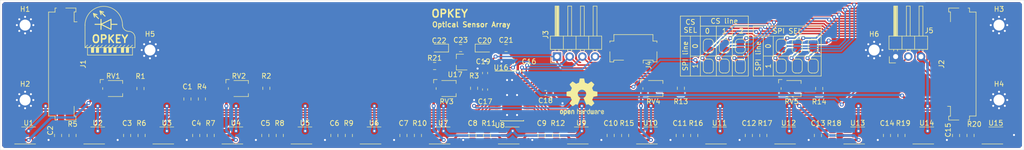
<source format=kicad_pcb>
(kicad_pcb (version 20171130) (host pcbnew "(5.1.2)-2")
  (title_block (title "Sensor Array (15 Sensors)") (rev 1))
  (layers (0 F.Cu signal) (31 B.Cu signal) (34 B.Paste user) (35 F.Paste user) (36 B.SilkS user) (37 F.SilkS user) (38 B.Mask user) (39 F.Mask user) (44 Edge.Cuts user))
  (net 0 "")
  (net 1 GND)
  (net 2 +5V)
  (net 3 "Net-(R1-Pad1)")
  (net 4 "Net-(R2-Pad1)")
  (net 5 "Net-(R3-Pad1)")
  (net 6 "Net-(U1-Pad2)")
  (net 7 "Net-(U2-Pad2)")
  (net 8 "Net-(U4-Pad2)")
  (net 9 "Net-(U5-Pad2)")
  (net 10 "Net-(U7-Pad2)")
  (net 11 "Net-(U8-Pad2)")
  (net 12 "Net-(U10-Pad2)")
  (net 13 "Net-(U11-Pad2)")
  (net 14 /CH0)
  (net 15 /CH1)
  (net 16 /CH2)
  (net 17 /CH3)
  (net 18 /CH4)
  (net 19 /CH5)
  (net 20 /CH6)
  (net 21 /CH7)
  (net 22 /CH8)
  (net 23 /CH9)
  (net 24 /CH10)
  (net 25 /CH11)
  (net 26 /CH12)
  (net 27 /CH13)
  (net 28 /CH14)
  (net 29 +3V3)
  (net 30 SCLK)
  (net 31 SDI)
  (net 32 SDO)
  (net 33 CS5)
  (net 34 CS4)
  (net 35 CS3)
  (net 36 CS2)
  (net 37 CS1)
  (net 38 CS0)
  (net 39 GPIO0)
  (net 40 GPIO1)
  (net 41 GPIO2)
  (net 42 GPIO3)
  (net 43 /CH15)
  (net 44 "Net-(R13-Pad1)")
  (net 45 "Net-(R14-Pad1)")
  (net 46 CS)
  (net 47 "Net-(U13-Pad2)")
  (net 48 "Net-(U14-Pad2)")
  (net 49 "Net-(U16-Pad7)")
  (net 50 "Net-(C19-Pad1)")
  (net 51 "Net-(RV1-Pad3)")
  (net 52 "Net-(RV2-Pad3)")
  (net 53 "Net-(RV3-Pad3)")
  (net 54 "Net-(RV4-Pad3)")
  (net 55 "Net-(RV5-Pad3)")
  (net 56 SDO0)
  (net 57 SDO1)
  (net 58 SDI0)
  (net 59 SDI1)
  (net 60 SCLK0)
  (net 61 SCLK1)
  (module OpKey:OpKey_Logo (layer F.Cu) (at 52 36)
    (fp_text reference REF** hide)
    (fp_text value OpKey_Logo hide)
    (fp_text user OPKEY (at 0 1.8) (layer F.SilkS) (effects (font (size 1.5 1.5) (thickness 0.3))))
  )
  (module Connector_FFC-FPC:Molex_200528-0170_1x17-1MP_P1.00mm_Horizontal (layer F.Cu) (at 44 42.8 270)
    (fp_text reference J1 (at 0 -2.61 90) (layer F.SilkS))
    (fp_text value Conn_01x17)
    (pad 17 smd rect (at 8 -0.91 270) (size 0.4 1) (layers F.Cu F.Paste F.Mask) (net 2 +5V))
    (pad 16 smd rect (at 7 -0.91 270) (size 0.4 1) (layers F.Cu F.Paste F.Mask) (net 29 +3V3))
    (pad 15 smd rect (at 6 -0.91 270) (size 0.4 1) (layers F.Cu F.Paste F.Mask) (net 38 CS0))
    (pad 14 smd rect (at 5 -0.91 270) (size 0.4 1) (layers F.Cu F.Paste F.Mask) (net 37 CS1))
    (pad 13 smd rect (at 4 -0.91 270) (size 0.4 1) (layers F.Cu F.Paste F.Mask) (net 36 CS2))
    (pad 12 smd rect (at 3 -0.91 270) (size 0.4 1) (layers F.Cu F.Paste F.Mask) (net 35 CS3))
    (pad 11 smd rect (at 2 -0.91 270) (size 0.4 1) (layers F.Cu F.Paste F.Mask) (net 34 CS4))
    (pad 10 smd rect (at 1 -0.91 270) (size 0.4 1) (layers F.Cu F.Paste F.Mask) (net 33 CS5))
    (pad 9 smd rect (at 0 -0.91 270) (size 0.4 1) (layers F.Cu F.Paste F.Mask) (net 1 GND))
    (pad 8 smd rect (at -1 -0.91 270) (size 0.4 1) (layers F.Cu F.Paste F.Mask) (net 56 SDO0))
    (pad 7 smd rect (at -2 -0.91 270) (size 0.4 1) (layers F.Cu F.Paste F.Mask) (net 58 SDI0))
    (pad 6 smd rect (at -3 -0.91 270) (size 0.4 1) (layers F.Cu F.Paste F.Mask) (net 60 SCLK0))
    (pad 5 smd rect (at -4 -0.91 270) (size 0.4 1) (layers F.Cu F.Paste F.Mask) (net 1 GND))
    (pad 4 smd rect (at -5 -0.91 270) (size 0.4 1) (layers F.Cu F.Paste F.Mask) (net 57 SDO1))
    (pad 3 smd rect (at -6 -0.91 270) (size 0.4 1) (layers F.Cu F.Paste F.Mask) (net 59 SDI1))
    (pad 2 smd rect (at -7 -0.91 270) (size 0.4 1) (layers F.Cu F.Paste F.Mask) (net 61 SCLK1))
    (pad 1 smd rect (at -8 -0.91 270) (size 0.4 1) (layers F.Cu F.Paste F.Mask) (net 2 +5V))
    (pad MP smd rect (at 10.8 1.79 270) (size 2 1.3) (layers F.Cu F.Paste F.Mask))
    (pad MP smd rect (at -10.8 1.79 270) (size 2 1.3) (layers F.Cu F.Paste F.Mask))
  )
  (module Resistor_SMD:R_0805_2012Metric_Pad1.15x1.40mm_HandSolder (layer F.Cu) (at 58.1 47.7 90)
    (fp_text reference R1 (at 2.45 0 180) (layer F.SilkS))
    (fp_text value 47)
    (pad 2 smd roundrect (at 1.025 0 90) (size 1.15 1.4) (layers F.Cu F.Paste F.Mask) (roundrect_rratio 0.217391) (net 2 +5V))
    (pad 1 smd roundrect (at -1.025 0 90) (size 1.15 1.4) (layers F.Cu F.Paste F.Mask) (roundrect_rratio 0.217391) (net 3 "Net-(R1-Pad1)"))
  )
  (module Capacitor_SMD:C_0805_2012Metric_Pad1.15x1.40mm_HandSolder (layer F.Cu) (at 67.5 49.8 90)
    (fp_text reference C1 (at 2.475 0 180) (layer F.SilkS))
    (fp_text value 100nF)
    (pad 2 smd roundrect (at 1.025 0 90) (size 1.15 1.4) (layers F.Cu F.Paste F.Mask) (roundrect_rratio 0.217391) (net 1 GND))
    (pad 1 smd roundrect (at -1.025 0 90) (size 1.15 1.4) (layers F.Cu F.Paste F.Mask) (roundrect_rratio 0.217391) (net 28 /CH14))
  )
  (module Capacitor_SMD:C_0805_2012Metric_Pad1.15x1.40mm_HandSolder (layer F.Cu) (at 41.6 57.1 270)
    (fp_text reference C2 (at -1 1.55 270) (layer F.SilkS))
    (fp_text value 100nF)
    (pad 1 smd roundrect (at -1.025 0 270) (size 1.15 1.4) (layers F.Cu F.Paste F.Mask) (roundrect_rratio 0.217391) (net 27 /CH13))
    (pad 2 smd roundrect (at 1.025 0 270) (size 1.15 1.4) (layers F.Cu F.Paste F.Mask) (roundrect_rratio 0.217391) (net 1 GND))
  )
  (module Capacitor_SMD:C_0805_2012Metric_Pad1.15x1.40mm_HandSolder (layer F.Cu) (at 55.430769 57.1 270)
    (fp_text reference C3 (at -2.45 0.005769 180) (layer F.SilkS))
    (fp_text value 100nF)
    (pad 2 smd roundrect (at 1.025 0 270) (size 1.15 1.4) (layers F.Cu F.Paste F.Mask) (roundrect_rratio 0.217391) (net 1 GND))
    (pad 1 smd roundrect (at -1.025 0 270) (size 1.15 1.4) (layers F.Cu F.Paste F.Mask) (roundrect_rratio 0.217391) (net 26 /CH12))
  )
  (module Capacitor_SMD:C_0805_2012Metric_Pad1.15x1.40mm_HandSolder (layer F.Cu) (at 69.261538 57.1 270)
    (fp_text reference C4 (at -2.45 -0.025 180) (layer F.SilkS))
    (fp_text value 100nF)
    (pad 2 smd roundrect (at 1.025 0 270) (size 1.15 1.4) (layers F.Cu F.Paste F.Mask) (roundrect_rratio 0.217391) (net 1 GND))
    (pad 1 smd roundrect (at -1.025 0 270) (size 1.15 1.4) (layers F.Cu F.Paste F.Mask) (roundrect_rratio 0.217391) (net 25 /CH11))
  )
  (module Capacitor_SMD:C_0805_2012Metric_Pad1.15x1.40mm_HandSolder (layer F.Cu) (at 83.092307 57.1 270)
    (fp_text reference C5 (at -2.45 -0.025 180) (layer F.SilkS))
    (fp_text value 100nF)
    (pad 1 smd roundrect (at -1.025 0 270) (size 1.15 1.4) (layers F.Cu F.Paste F.Mask) (roundrect_rratio 0.217391) (net 24 /CH10))
    (pad 2 smd roundrect (at 1.025 0 270) (size 1.15 1.4) (layers F.Cu F.Paste F.Mask) (roundrect_rratio 0.217391) (net 1 GND))
  )
  (module Resistor_SMD:R_0805_2012Metric_Pad1.15x1.40mm_HandSolder (layer F.Cu) (at 83.3 47.65 90)
    (fp_text reference R2 (at 2.45 0 180) (layer F.SilkS))
    (fp_text value 47)
    (pad 2 smd roundrect (at 1.025 0 90) (size 1.15 1.4) (layers F.Cu F.Paste F.Mask) (roundrect_rratio 0.217391) (net 2 +5V))
    (pad 1 smd roundrect (at -1.025 0 90) (size 1.15 1.4) (layers F.Cu F.Paste F.Mask) (roundrect_rratio 0.217391) (net 4 "Net-(R2-Pad1)"))
  )
  (module Resistor_SMD:R_0805_2012Metric_Pad1.15x1.40mm_HandSolder (layer F.Cu) (at 70.4 49.8 270)
    (fp_text reference R4 (at -2.45 0 180) (layer F.SilkS))
    (fp_text value 10k)
    (pad 1 smd roundrect (at -1.025 0 270) (size 1.15 1.4) (layers F.Cu F.Paste F.Mask) (roundrect_rratio 0.217391) (net 1 GND))
    (pad 2 smd roundrect (at 1.025 0 270) (size 1.15 1.4) (layers F.Cu F.Paste F.Mask) (roundrect_rratio 0.217391) (net 28 /CH14))
  )
  (module Resistor_SMD:R_0805_2012Metric_Pad1.15x1.40mm_HandSolder (layer F.Cu) (at 44.5 57.1 90)
    (fp_text reference R5 (at 2.275 0 180) (layer F.SilkS))
    (fp_text value 10k)
    (pad 1 smd roundrect (at -1.025 0 90) (size 1.15 1.4) (layers F.Cu F.Paste F.Mask) (roundrect_rratio 0.217391) (net 1 GND))
    (pad 2 smd roundrect (at 1.025 0 90) (size 1.15 1.4) (layers F.Cu F.Paste F.Mask) (roundrect_rratio 0.217391) (net 27 /CH13))
  )
  (module Resistor_SMD:R_0805_2012Metric_Pad1.15x1.40mm_HandSolder (layer F.Cu) (at 58.330769 57.1 90)
    (fp_text reference R6 (at 2.45 -0.05 180) (layer F.SilkS))
    (fp_text value 10k)
    (pad 1 smd roundrect (at -1.025 0 90) (size 1.15 1.4) (layers F.Cu F.Paste F.Mask) (roundrect_rratio 0.217391) (net 1 GND))
    (pad 2 smd roundrect (at 1.025 0 90) (size 1.15 1.4) (layers F.Cu F.Paste F.Mask) (roundrect_rratio 0.217391) (net 26 /CH12))
  )
  (module Resistor_SMD:R_0805_2012Metric_Pad1.15x1.40mm_HandSolder (layer F.Cu) (at 72.161538 57.1 90)
    (fp_text reference R7 (at 2.45 -0.05 180) (layer F.SilkS))
    (fp_text value 10k)
    (pad 1 smd roundrect (at -1.025 0 90) (size 1.15 1.4) (layers F.Cu F.Paste F.Mask) (roundrect_rratio 0.217391) (net 1 GND))
    (pad 2 smd roundrect (at 1.025 0 90) (size 1.15 1.4) (layers F.Cu F.Paste F.Mask) (roundrect_rratio 0.217391) (net 25 /CH11))
  )
  (module Resistor_SMD:R_0805_2012Metric_Pad1.15x1.40mm_HandSolder (layer F.Cu) (at 85.992307 57.1 90)
    (fp_text reference R8 (at 2.45 -0.05 180) (layer F.SilkS))
    (fp_text value 10k)
    (pad 2 smd roundrect (at 1.025 0 90) (size 1.15 1.4) (layers F.Cu F.Paste F.Mask) (roundrect_rratio 0.217391) (net 24 /CH10))
    (pad 1 smd roundrect (at -1.025 0 90) (size 1.15 1.4) (layers F.Cu F.Paste F.Mask) (roundrect_rratio 0.217391) (net 1 GND))
  )
  (module Potentiometer_SMD:Potentiometer_Bourns_TC33X_Vertical (layer F.Cu) (at 52.636667 47.7)
    (fp_text reference RV1 (at 0 -2.5) (layer F.SilkS))
    (fp_text value 100)
    (pad 1 smd rect (at -1.8 -1) (size 1.2 1.2) (layers F.Cu F.Paste F.Mask) (net 3 "Net-(R1-Pad1)"))
    (pad 3 smd rect (at -1.8 1) (size 1.2 1.2) (layers F.Cu F.Paste F.Mask) (net 51 "Net-(RV1-Pad3)"))
    (pad 2 smd rect (at 1.45 0) (size 1.5 1.6) (layers F.Cu F.Paste F.Mask) (net 3 "Net-(R1-Pad1)"))
  )
  (module Potentiometer_SMD:Potentiometer_Bourns_TC33X_Vertical (layer F.Cu) (at 77.803333 47.7)
    (fp_text reference RV2 (at 0 -2.5) (layer F.SilkS))
    (fp_text value 100)
    (pad 2 smd rect (at 1.45 0) (size 1.5 1.6) (layers F.Cu F.Paste F.Mask) (net 4 "Net-(R2-Pad1)"))
    (pad 3 smd rect (at -1.8 1) (size 1.2 1.2) (layers F.Cu F.Paste F.Mask) (net 52 "Net-(RV2-Pad3)"))
    (pad 1 smd rect (at -1.8 -1) (size 1.2 1.2) (layers F.Cu F.Paste F.Mask) (net 4 "Net-(R2-Pad1)"))
  )
  (module OptoDevice:OnSemi_CASE100CY (layer F.Cu) (at 35.7 57.1 90)
    (fp_text reference U1 (at 2.5 0) (layer F.SilkS))
    (fp_text value QRE1113)
    (pad 4 smd roundrect (at 0.9 -2 90) (size 0.79 1.66) (layers F.Cu F.Paste F.Mask) (net 28 /CH14))
    (pad 1 smd roundrect (at -0.9 -2 90) (size 0.79 1.66) (layers F.Cu F.Paste F.Mask) (net 51 "Net-(RV1-Pad3)"))
    (pad 2 smd roundrect (at -0.9 2 90) (size 0.79 1.66) (layers F.Cu F.Paste F.Mask) (net 6 "Net-(U1-Pad2)"))
    (pad 3 smd roundrect (at 0.9 2 90) (size 0.79 1.66) (layers F.Cu F.Paste F.Mask) (net 2 +5V))
  )
  (module OptoDevice:OnSemi_CASE100CY (layer F.Cu) (at 49.533333 57.1 90)
    (fp_text reference U2 (at 2.5 0) (layer F.SilkS))
    (fp_text value QRE1113)
    (pad 3 smd roundrect (at 0.9 2 90) (size 0.79 1.66) (layers F.Cu F.Paste F.Mask) (net 2 +5V))
    (pad 2 smd roundrect (at -0.9 2 90) (size 0.79 1.66) (layers F.Cu F.Paste F.Mask) (net 7 "Net-(U2-Pad2)"))
    (pad 1 smd roundrect (at -0.9 -2 90) (size 0.79 1.66) (layers F.Cu F.Paste F.Mask) (net 6 "Net-(U1-Pad2)"))
    (pad 4 smd roundrect (at 0.9 -2 90) (size 0.79 1.66) (layers F.Cu F.Paste F.Mask) (net 27 /CH13))
  )
  (module OptoDevice:OnSemi_CASE100CY (layer F.Cu) (at 63.366667 57.1 90)
    (fp_text reference U3 (at 2.5 0) (layer F.SilkS))
    (fp_text value QRE1113)
    (pad 4 smd roundrect (at 0.9 -2 90) (size 0.79 1.66) (layers F.Cu F.Paste F.Mask) (net 26 /CH12))
    (pad 1 smd roundrect (at -0.9 -2 90) (size 0.79 1.66) (layers F.Cu F.Paste F.Mask) (net 7 "Net-(U2-Pad2)"))
    (pad 2 smd roundrect (at -0.9 2 90) (size 0.79 1.66) (layers F.Cu F.Paste F.Mask) (net 1 GND))
    (pad 3 smd roundrect (at 0.9 2 90) (size 0.79 1.66) (layers F.Cu F.Paste F.Mask) (net 2 +5V))
  )
  (module OptoDevice:OnSemi_CASE100CY (layer F.Cu) (at 77.2 57.1 90)
    (fp_text reference U4 (at 2.5 0) (layer F.SilkS))
    (fp_text value QRE1113)
    (pad 3 smd roundrect (at 0.9 2 90) (size 0.79 1.66) (layers F.Cu F.Paste F.Mask) (net 2 +5V))
    (pad 2 smd roundrect (at -0.9 2 90) (size 0.79 1.66) (layers F.Cu F.Paste F.Mask) (net 8 "Net-(U4-Pad2)"))
    (pad 1 smd roundrect (at -0.9 -2 90) (size 0.79 1.66) (layers F.Cu F.Paste F.Mask) (net 52 "Net-(RV2-Pad3)"))
    (pad 4 smd roundrect (at 0.9 -2 90) (size 0.79 1.66) (layers F.Cu F.Paste F.Mask) (net 25 /CH11))
  )
  (module OptoDevice:OnSemi_CASE100CY (layer F.Cu) (at 91.033333 57.1 90)
    (fp_text reference U5 (at 2.5 0) (layer F.SilkS))
    (fp_text value QRE1113)
    (pad 4 smd roundrect (at 0.9 -2 90) (size 0.79 1.66) (layers F.Cu F.Paste F.Mask) (net 24 /CH10))
    (pad 1 smd roundrect (at -0.9 -2 90) (size 0.79 1.66) (layers F.Cu F.Paste F.Mask) (net 8 "Net-(U4-Pad2)"))
    (pad 2 smd roundrect (at -0.9 2 90) (size 0.79 1.66) (layers F.Cu F.Paste F.Mask) (net 9 "Net-(U5-Pad2)"))
    (pad 3 smd roundrect (at 0.9 2 90) (size 0.79 1.66) (layers F.Cu F.Paste F.Mask) (net 2 +5V))
  )
  (module Symbol:OSHW-Logo2_9.8x8mm_SilkScreen (layer F.Cu) (at 146.5 49.4)
    (fp_text reference REF** hide)
    (fp_text value OSHW-Logo2_9.8x8mm_SilkScreen hide)
  )
  (module Connector_FFC-FPC:Molex_200528-0040_1x04-1MP_P1.00mm_Horizontal (layer F.Cu) (at 156.8 41.2 180)
    (fp_text reference J4 (at -3.05 -1.8 270) (layer F.SilkS))
    (fp_text value Conn_01x04)
    (pad MP smd rect (at -4.3 1.79 180) (size 2 1.3) (layers F.Cu F.Paste F.Mask))
    (pad MP smd rect (at 4.3 1.79 180) (size 2 1.3) (layers F.Cu F.Paste F.Mask))
    (pad 1 smd rect (at -1.5 -0.91 180) (size 0.4 1) (layers F.Cu F.Paste F.Mask) (net 39 GPIO0))
    (pad 2 smd rect (at -0.5 -0.91 180) (size 0.4 1) (layers F.Cu F.Paste F.Mask) (net 40 GPIO1))
    (pad 3 smd rect (at 0.5 -0.91 180) (size 0.4 1) (layers F.Cu F.Paste F.Mask) (net 41 GPIO2))
    (pad 4 smd rect (at 1.5 -0.91 180) (size 0.4 1) (layers F.Cu F.Paste F.Mask) (net 42 GPIO3))
  )
  (module Jumper:SolderJumper-2_P1.3mm_Open_RoundedPad1.0x1.5mm (layer F.Cu) (at 171.8 39.2 270)
    (fp_text reference JP1 hide)
    (fp_text value CS)
    (pad 2 smd custom (at 0.65 0 270) (size 1 0.5) (layers F.Cu F.Mask) (net 46 CS) (options (clearance outline) (anchor rect)) (primitives (gr_circle (center 0 0.25) (end 0.5 0.25) (width 0)) (gr_circle (center 0 -0.25) (end 0.5 -0.25) (width 0)) (gr_poly (pts (xy 0 -0.75) (xy -0.5 -0.75) (xy -0.5 0.75) (xy 0 0.75)) (width 0))))
    (pad 1 smd custom (at -0.65 0 270) (size 1 0.5) (layers F.Cu F.Mask) (net 38 CS0) (options (clearance outline) (anchor rect)) (primitives (gr_circle (center 0 0.25) (end 0.5 0.25) (width 0)) (gr_circle (center 0 -0.25) (end 0.5 -0.25) (width 0)) (gr_poly (pts (xy 0 -0.75) (xy 0.5 -0.75) (xy 0.5 0.75) (xy 0 0.75)) (width 0))))
  )
  (module Jumper:SolderJumper-2_P1.3mm_Open_RoundedPad1.0x1.5mm (layer F.Cu) (at 175 39.2 270)
    (fp_text reference JP2 hide)
    (fp_text value CS)
    (pad 1 smd custom (at -0.65 0 270) (size 1 0.5) (layers F.Cu F.Mask) (net 37 CS1) (options (clearance outline) (anchor rect)) (primitives (gr_circle (center 0 0.25) (end 0.5 0.25) (width 0)) (gr_circle (center 0 -0.25) (end 0.5 -0.25) (width 0)) (gr_poly (pts (xy 0 -0.75) (xy 0.5 -0.75) (xy 0.5 0.75) (xy 0 0.75)) (width 0))))
    (pad 2 smd custom (at 0.65 0 270) (size 1 0.5) (layers F.Cu F.Mask) (net 46 CS) (options (clearance outline) (anchor rect)) (primitives (gr_circle (center 0 0.25) (end 0.5 0.25) (width 0)) (gr_circle (center 0 -0.25) (end 0.5 -0.25) (width 0)) (gr_poly (pts (xy 0 -0.75) (xy -0.5 -0.75) (xy -0.5 0.75) (xy 0 0.75)) (width 0))))
  )
  (module Jumper:SolderJumper-2_P1.3mm_Open_RoundedPad1.0x1.5mm (layer F.Cu) (at 178.2 39.2 270)
    (fp_text reference JP3 hide)
    (fp_text value CS)
    (pad 2 smd custom (at 0.65 0 270) (size 1 0.5) (layers F.Cu F.Mask) (net 46 CS) (options (clearance outline) (anchor rect)) (primitives (gr_circle (center 0 0.25) (end 0.5 0.25) (width 0)) (gr_circle (center 0 -0.25) (end 0.5 -0.25) (width 0)) (gr_poly (pts (xy 0 -0.75) (xy -0.5 -0.75) (xy -0.5 0.75) (xy 0 0.75)) (width 0))))
    (pad 1 smd custom (at -0.65 0 270) (size 1 0.5) (layers F.Cu F.Mask) (net 36 CS2) (options (clearance outline) (anchor rect)) (primitives (gr_circle (center 0 0.25) (end 0.5 0.25) (width 0)) (gr_circle (center 0 -0.25) (end 0.5 -0.25) (width 0)) (gr_poly (pts (xy 0 -0.75) (xy 0.5 -0.75) (xy 0.5 0.75) (xy 0 0.75)) (width 0))))
  )
  (module Jumper:SolderJumper-2_P1.3mm_Open_RoundedPad1.0x1.5mm (layer F.Cu) (at 171.8 43.2 270)
    (fp_text reference JP4 hide)
    (fp_text value CS)
    (pad 2 smd custom (at 0.65 0 270) (size 1 0.5) (layers F.Cu F.Mask) (net 46 CS) (options (clearance outline) (anchor rect)) (primitives (gr_circle (center 0 0.25) (end 0.5 0.25) (width 0)) (gr_circle (center 0 -0.25) (end 0.5 -0.25) (width 0)) (gr_poly (pts (xy 0 -0.75) (xy -0.5 -0.75) (xy -0.5 0.75) (xy 0 0.75)) (width 0))))
    (pad 1 smd custom (at -0.65 0 270) (size 1 0.5) (layers F.Cu F.Mask) (net 35 CS3) (options (clearance outline) (anchor rect)) (primitives (gr_circle (center 0 0.25) (end 0.5 0.25) (width 0)) (gr_circle (center 0 -0.25) (end 0.5 -0.25) (width 0)) (gr_poly (pts (xy 0 -0.75) (xy 0.5 -0.75) (xy 0.5 0.75) (xy 0 0.75)) (width 0))))
  )
  (module Jumper:SolderJumper-2_P1.3mm_Open_RoundedPad1.0x1.5mm (layer F.Cu) (at 175 43.2 270)
    (fp_text reference JP5 hide)
    (fp_text value CS)
    (pad 1 smd custom (at -0.65 0 270) (size 1 0.5) (layers F.Cu F.Mask) (net 34 CS4) (options (clearance outline) (anchor rect)) (primitives (gr_circle (center 0 0.25) (end 0.5 0.25) (width 0)) (gr_circle (center 0 -0.25) (end 0.5 -0.25) (width 0)) (gr_poly (pts (xy 0 -0.75) (xy 0.5 -0.75) (xy 0.5 0.75) (xy 0 0.75)) (width 0))))
    (pad 2 smd custom (at 0.65 0 270) (size 1 0.5) (layers F.Cu F.Mask) (net 46 CS) (options (clearance outline) (anchor rect)) (primitives (gr_circle (center 0 0.25) (end 0.5 0.25) (width 0)) (gr_circle (center 0 -0.25) (end 0.5 -0.25) (width 0)) (gr_poly (pts (xy 0 -0.75) (xy -0.5 -0.75) (xy -0.5 0.75) (xy 0 0.75)) (width 0))))
  )
  (module Jumper:SolderJumper-2_P1.3mm_Open_RoundedPad1.0x1.5mm (layer F.Cu) (at 178.2 43.2 270)
    (fp_text reference JP6 hide)
    (fp_text value CS)
    (pad 2 smd custom (at 0.65 0 270) (size 1 0.5) (layers F.Cu F.Mask) (net 46 CS) (options (clearance outline) (anchor rect)) (primitives (gr_circle (center 0 0.25) (end 0.5 0.25) (width 0)) (gr_circle (center 0 -0.25) (end 0.5 -0.25) (width 0)) (gr_poly (pts (xy 0 -0.75) (xy -0.5 -0.75) (xy -0.5 0.75) (xy 0 0.75)) (width 0))))
    (pad 1 smd custom (at -0.65 0 270) (size 1 0.5) (layers F.Cu F.Mask) (net 33 CS5) (options (clearance outline) (anchor rect)) (primitives (gr_circle (center 0 0.25) (end 0.5 0.25) (width 0)) (gr_circle (center 0 -0.25) (end 0.5 -0.25) (width 0)) (gr_poly (pts (xy 0 -0.75) (xy 0.5 -0.75) (xy 0.5 0.75) (xy 0 0.75)) (width 0))))
  )
  (module Capacitor_SMD:C_0805_2012Metric_Pad1.15x1.40mm_HandSolder (layer F.Cu) (at 96.923076 57.1 270)
    (fp_text reference C6 (at -2.45 -0.025 180) (layer F.SilkS))
    (fp_text value 100nF)
    (pad 1 smd roundrect (at -1.025 0 270) (size 1.15 1.4) (layers F.Cu F.Paste F.Mask) (roundrect_rratio 0.217391) (net 23 /CH9))
    (pad 2 smd roundrect (at 1.025 0 270) (size 1.15 1.4) (layers F.Cu F.Paste F.Mask) (roundrect_rratio 0.217391) (net 1 GND))
  )
  (module Capacitor_SMD:C_0805_2012Metric_Pad1.15x1.40mm_HandSolder (layer F.Cu) (at 110.753845 57.1 270)
    (fp_text reference C7 (at -2.45 -0.025 180) (layer F.SilkS))
    (fp_text value 100nF)
    (pad 1 smd roundrect (at -1.025 0 270) (size 1.15 1.4) (layers F.Cu F.Paste F.Mask) (roundrect_rratio 0.217391) (net 22 /CH8))
    (pad 2 smd roundrect (at 1.025 0 270) (size 1.15 1.4) (layers F.Cu F.Paste F.Mask) (roundrect_rratio 0.217391) (net 1 GND))
  )
  (module Capacitor_SMD:C_0805_2012Metric_Pad1.15x1.40mm_HandSolder (layer F.Cu) (at 124.584614 57.1 270)
    (fp_text reference C8 (at -2.45 -0.025 180) (layer F.SilkS))
    (fp_text value 100nF)
    (pad 2 smd roundrect (at 1.025 0 270) (size 1.15 1.4) (layers F.Cu F.Paste F.Mask) (roundrect_rratio 0.217391) (net 1 GND))
    (pad 1 smd roundrect (at -1.025 0 270) (size 1.15 1.4) (layers F.Cu F.Paste F.Mask) (roundrect_rratio 0.217391) (net 21 /CH7))
  )
  (module Capacitor_SMD:C_0805_2012Metric_Pad1.15x1.40mm_HandSolder (layer F.Cu) (at 138.415383 57.1 270)
    (fp_text reference C9 (at -2.45 -0.025 180) (layer F.SilkS))
    (fp_text value 100nF)
    (pad 1 smd roundrect (at -1.025 0 270) (size 1.15 1.4) (layers F.Cu F.Paste F.Mask) (roundrect_rratio 0.217391) (net 20 /CH6))
    (pad 2 smd roundrect (at 1.025 0 270) (size 1.15 1.4) (layers F.Cu F.Paste F.Mask) (roundrect_rratio 0.217391) (net 1 GND))
  )
  (module Capacitor_SMD:C_0805_2012Metric_Pad1.15x1.40mm_HandSolder (layer F.Cu) (at 152.246152 57.1 270)
    (fp_text reference C10 (at -2.45 -0.025 180) (layer F.SilkS))
    (fp_text value 100nF)
    (pad 2 smd roundrect (at 1.025 0 270) (size 1.15 1.4) (layers F.Cu F.Paste F.Mask) (roundrect_rratio 0.217391) (net 1 GND))
    (pad 1 smd roundrect (at -1.025 0 270) (size 1.15 1.4) (layers F.Cu F.Paste F.Mask) (roundrect_rratio 0.217391) (net 19 /CH5))
  )
  (module Capacitor_SMD:C_0805_2012Metric_Pad1.15x1.40mm_HandSolder (layer F.Cu) (at 166.076921 57.1 270)
    (fp_text reference C11 (at -2.45 -0.025 180) (layer F.SilkS))
    (fp_text value 100nF)
    (pad 1 smd roundrect (at -1.025 0 270) (size 1.15 1.4) (layers F.Cu F.Paste F.Mask) (roundrect_rratio 0.217391) (net 18 /CH4))
    (pad 2 smd roundrect (at 1.025 0 270) (size 1.15 1.4) (layers F.Cu F.Paste F.Mask) (roundrect_rratio 0.217391) (net 1 GND))
  )
  (module Capacitor_SMD:C_0805_2012Metric_Pad1.15x1.40mm_HandSolder (layer F.Cu) (at 179.90769 57.1 270)
    (fp_text reference C12 (at -2.45 -0.025 180) (layer F.SilkS))
    (fp_text value 100nF)
    (pad 2 smd roundrect (at 1.025 0 270) (size 1.15 1.4) (layers F.Cu F.Paste F.Mask) (roundrect_rratio 0.217391) (net 1 GND))
    (pad 1 smd roundrect (at -1.025 0 270) (size 1.15 1.4) (layers F.Cu F.Paste F.Mask) (roundrect_rratio 0.217391) (net 17 /CH3))
  )
  (module Capacitor_SMD:C_0805_2012Metric_Pad1.15x1.40mm_HandSolder (layer F.Cu) (at 193.738459 57.1 270)
    (fp_text reference C13 (at -2.45 -0.025 180) (layer F.SilkS))
    (fp_text value 100nF)
    (pad 1 smd roundrect (at -1.025 0 270) (size 1.15 1.4) (layers F.Cu F.Paste F.Mask) (roundrect_rratio 0.217391) (net 16 /CH2))
    (pad 2 smd roundrect (at 1.025 0 270) (size 1.15 1.4) (layers F.Cu F.Paste F.Mask) (roundrect_rratio 0.217391) (net 1 GND))
  )
  (module Capacitor_SMD:C_0805_2012Metric_Pad1.15x1.40mm_HandSolder (layer F.Cu) (at 207.569228 57.1 270)
    (fp_text reference C14 (at -2.45 -0.025 180) (layer F.SilkS))
    (fp_text value 100nF)
    (pad 2 smd roundrect (at 1.025 0 270) (size 1.15 1.4) (layers F.Cu F.Paste F.Mask) (roundrect_rratio 0.217391) (net 1 GND))
    (pad 1 smd roundrect (at -1.025 0 270) (size 1.15 1.4) (layers F.Cu F.Paste F.Mask) (roundrect_rratio 0.217391) (net 15 /CH1))
  )
  (module Capacitor_SMD:C_0805_2012Metric_Pad1.15x1.40mm_HandSolder (layer F.Cu) (at 221.4 57.1 270)
    (fp_text reference C15 (at -1.075 1.6 270) (layer F.SilkS))
    (fp_text value 100nF)
    (pad 1 smd roundrect (at -1.025 0 270) (size 1.15 1.4) (layers F.Cu F.Paste F.Mask) (roundrect_rratio 0.217391) (net 14 /CH0))
    (pad 2 smd roundrect (at 1.025 0 270) (size 1.15 1.4) (layers F.Cu F.Paste F.Mask) (roundrect_rratio 0.217391) (net 1 GND))
  )
  (module Capacitor_Tantalum_SMD:CP_EIA-2012-15_AVX-P_Pad1.30x1.05mm_HandSolder (layer F.Cu) (at 127 39.6)
    (fp_text reference C20 (at 0 -1.5) (layer F.SilkS))
    (fp_text value 10uF)
    (pad 2 smd roundrect (at 0.975 0) (size 1.3 1.05) (layers F.Cu F.Paste F.Mask) (roundrect_rratio 0.238095) (net 1 GND))
    (pad 1 smd roundrect (at -0.975 0) (size 1.3 1.05) (layers F.Cu F.Paste F.Mask) (roundrect_rratio 0.238095) (net 29 +3V3))
  )
  (module Capacitor_SMD:C_0805_2012Metric_Pad1.15x1.40mm_HandSolder (layer F.Cu) (at 131.3 39.6)
    (fp_text reference C21 (at 0 -1.6) (layer F.SilkS))
    (fp_text value 100nF)
    (pad 1 smd roundrect (at -1.025 0) (size 1.15 1.4) (layers F.Cu F.Paste F.Mask) (roundrect_rratio 0.217391) (net 1 GND))
    (pad 2 smd roundrect (at 1.025 0) (size 1.15 1.4) (layers F.Cu F.Paste F.Mask) (roundrect_rratio 0.217391) (net 29 +3V3))
  )
  (module Capacitor_Tantalum_SMD:CP_EIA-2012-15_AVX-P_Pad1.30x1.05mm_HandSolder (layer F.Cu) (at 117.9 39.6 180)
    (fp_text reference C22 (at 0 1.5) (layer F.SilkS))
    (fp_text value 10uF)
    (pad 1 smd roundrect (at -0.975 0 180) (size 1.3 1.05) (layers F.Cu F.Paste F.Mask) (roundrect_rratio 0.238095) (net 2 +5V))
    (pad 2 smd roundrect (at 0.975 0 180) (size 1.3 1.05) (layers F.Cu F.Paste F.Mask) (roundrect_rratio 0.238095) (net 1 GND))
  )
  (module Capacitor_SMD:C_0805_2012Metric_Pad1.15x1.40mm_HandSolder (layer F.Cu) (at 122.2 39.6 180)
    (fp_text reference C23 (at 0 1.6) (layer F.SilkS))
    (fp_text value 100nF)
    (pad 2 smd roundrect (at 1.025 0 180) (size 1.15 1.4) (layers F.Cu F.Paste F.Mask) (roundrect_rratio 0.217391) (net 2 +5V))
    (pad 1 smd roundrect (at -1.025 0 180) (size 1.15 1.4) (layers F.Cu F.Paste F.Mask) (roundrect_rratio 0.217391) (net 1 GND))
  )
  (module Connector_FFC-FPC:Molex_200528-0170_1x17-1MP_P1.00mm_Horizontal (layer F.Cu) (at 221.1 42.8 90)
    (fp_text reference J2 (at 0 -2.61 90) (layer F.SilkS))
    (fp_text value Conn_01x17)
    (pad MP smd rect (at -10.8 1.79 90) (size 2 1.3) (layers F.Cu F.Paste F.Mask))
    (pad MP smd rect (at 10.8 1.79 90) (size 2 1.3) (layers F.Cu F.Paste F.Mask))
    (pad 1 smd rect (at -8 -0.91 90) (size 0.4 1) (layers F.Cu F.Paste F.Mask) (net 2 +5V))
    (pad 2 smd rect (at -7 -0.91 90) (size 0.4 1) (layers F.Cu F.Paste F.Mask) (net 29 +3V3))
    (pad 3 smd rect (at -6 -0.91 90) (size 0.4 1) (layers F.Cu F.Paste F.Mask) (net 38 CS0))
    (pad 4 smd rect (at -5 -0.91 90) (size 0.4 1) (layers F.Cu F.Paste F.Mask) (net 37 CS1))
    (pad 5 smd rect (at -4 -0.91 90) (size 0.4 1) (layers F.Cu F.Paste F.Mask) (net 36 CS2))
    (pad 6 smd rect (at -3 -0.91 90) (size 0.4 1) (layers F.Cu F.Paste F.Mask) (net 35 CS3))
    (pad 7 smd rect (at -2 -0.91 90) (size 0.4 1) (layers F.Cu F.Paste F.Mask) (net 34 CS4))
    (pad 8 smd rect (at -1 -0.91 90) (size 0.4 1) (layers F.Cu F.Paste F.Mask) (net 33 CS5))
    (pad 9 smd rect (at 0 -0.91 90) (size 0.4 1) (layers F.Cu F.Paste F.Mask) (net 1 GND))
    (pad 10 smd rect (at 1 -0.91 90) (size 0.4 1) (layers F.Cu F.Paste F.Mask) (net 56 SDO0))
    (pad 11 smd rect (at 2 -0.91 90) (size 0.4 1) (layers F.Cu F.Paste F.Mask) (net 58 SDI0))
    (pad 12 smd rect (at 3 -0.91 90) (size 0.4 1) (layers F.Cu F.Paste F.Mask) (net 60 SCLK0))
    (pad 13 smd rect (at 4 -0.91 90) (size 0.4 1) (layers F.Cu F.Paste F.Mask) (net 1 GND))
    (pad 14 smd rect (at 5 -0.91 90) (size 0.4 1) (layers F.Cu F.Paste F.Mask) (net 57 SDO1))
    (pad 15 smd rect (at 6 -0.91 90) (size 0.4 1) (layers F.Cu F.Paste F.Mask) (net 59 SDI1))
    (pad 16 smd rect (at 7 -0.91 90) (size 0.4 1) (layers F.Cu F.Paste F.Mask) (net 61 SCLK1))
    (pad 17 smd rect (at 8 -0.91 90) (size 0.4 1) (layers F.Cu F.Paste F.Mask) (net 2 +5V))
  )
  (module Connector_PinHeader_2.54mm:PinHeader_1x04_P2.54mm_Horizontal (layer F.Cu) (at 141.5 41.3 90)
    (fp_text reference J3 (at 4.385 -2.27 90) (layer F.SilkS))
    (fp_text value Conn_01x04)
    (pad 1 thru_hole rect (at 0 0 90) (size 1.7 1.7) (drill 1) (layers *.Cu *.Mask) (net 42 GPIO3))
    (pad 2 thru_hole oval (at 0 2.54 90) (size 1.7 1.7) (drill 1) (layers *.Cu *.Mask) (net 41 GPIO2))
    (pad 3 thru_hole oval (at 0 5.08 90) (size 1.7 1.7) (drill 1) (layers *.Cu *.Mask) (net 40 GPIO1))
    (pad 4 thru_hole oval (at 0 7.62 90) (size 1.7 1.7) (drill 1) (layers *.Cu *.Mask) (net 39 GPIO0))
  )
  (module Resistor_SMD:R_0805_2012Metric_Pad1.15x1.40mm_HandSolder (layer F.Cu) (at 124.9 47.65 90)
    (fp_text reference R3 (at 2.5 0 180) (layer F.SilkS))
    (fp_text value 47)
    (pad 1 smd roundrect (at -1.025 0 90) (size 1.15 1.4) (layers F.Cu F.Paste F.Mask) (roundrect_rratio 0.217391) (net 5 "Net-(R3-Pad1)"))
    (pad 2 smd roundrect (at 1.025 0 90) (size 1.15 1.4) (layers F.Cu F.Paste F.Mask) (roundrect_rratio 0.217391) (net 2 +5V))
  )
  (module Resistor_SMD:R_0805_2012Metric_Pad1.15x1.40mm_HandSolder (layer F.Cu) (at 99.823076 57.1 90)
    (fp_text reference R9 (at 2.45 -0.05 180) (layer F.SilkS))
    (fp_text value 10k)
    (pad 1 smd roundrect (at -1.025 0 90) (size 1.15 1.4) (layers F.Cu F.Paste F.Mask) (roundrect_rratio 0.217391) (net 1 GND))
    (pad 2 smd roundrect (at 1.025 0 90) (size 1.15 1.4) (layers F.Cu F.Paste F.Mask) (roundrect_rratio 0.217391) (net 23 /CH9))
  )
  (module Resistor_SMD:R_0805_2012Metric_Pad1.15x1.40mm_HandSolder (layer F.Cu) (at 113.653845 57.1 90)
    (fp_text reference R10 (at 2.45 0.35 180) (layer F.SilkS))
    (fp_text value 10k)
    (pad 2 smd roundrect (at 1.025 0 90) (size 1.15 1.4) (layers F.Cu F.Paste F.Mask) (roundrect_rratio 0.217391) (net 22 /CH8))
    (pad 1 smd roundrect (at -1.025 0 90) (size 1.15 1.4) (layers F.Cu F.Paste F.Mask) (roundrect_rratio 0.217391) (net 1 GND))
  )
  (module Resistor_SMD:R_0805_2012Metric_Pad1.15x1.40mm_HandSolder (layer F.Cu) (at 127.484614 57.1 90)
    (fp_text reference R11 (at 2.45 0.35 180) (layer F.SilkS))
    (fp_text value 10k)
    (pad 2 smd roundrect (at 1.025 0 90) (size 1.15 1.4) (layers F.Cu F.Paste F.Mask) (roundrect_rratio 0.217391) (net 21 /CH7))
    (pad 1 smd roundrect (at -1.025 0 90) (size 1.15 1.4) (layers F.Cu F.Paste F.Mask) (roundrect_rratio 0.217391) (net 1 GND))
  )
  (module Resistor_SMD:R_0805_2012Metric_Pad1.15x1.40mm_HandSolder (layer F.Cu) (at 141.315383 57.1 90)
    (fp_text reference R12 (at 2.45 0.35 180) (layer F.SilkS))
    (fp_text value 10k)
    (pad 1 smd roundrect (at -1.025 0 90) (size 1.15 1.4) (layers F.Cu F.Paste F.Mask) (roundrect_rratio 0.217391) (net 1 GND))
    (pad 2 smd roundrect (at 1.025 0 90) (size 1.15 1.4) (layers F.Cu F.Paste F.Mask) (roundrect_rratio 0.217391) (net 20 /CH6))
  )
  (module Resistor_SMD:R_0805_2012Metric_Pad1.15x1.40mm_HandSolder (layer F.Cu) (at 166.3 47.65 90)
    (fp_text reference R13 (at -2.65 0 180) (layer F.SilkS))
    (fp_text value 47)
    (pad 2 smd roundrect (at 1.025 0 90) (size 1.15 1.4) (layers F.Cu F.Paste F.Mask) (roundrect_rratio 0.217391) (net 2 +5V))
    (pad 1 smd roundrect (at -1.025 0 90) (size 1.15 1.4) (layers F.Cu F.Paste F.Mask) (roundrect_rratio 0.217391) (net 44 "Net-(R13-Pad1)"))
  )
  (module Resistor_SMD:R_0805_2012Metric_Pad1.15x1.40mm_HandSolder (layer F.Cu) (at 194 47.7 90)
    (fp_text reference R14 (at -2.65 0 180) (layer F.SilkS))
    (fp_text value 47)
    (pad 1 smd roundrect (at -1.025 0 90) (size 1.15 1.4) (layers F.Cu F.Paste F.Mask) (roundrect_rratio 0.217391) (net 45 "Net-(R14-Pad1)"))
    (pad 2 smd roundrect (at 1.025 0 90) (size 1.15 1.4) (layers F.Cu F.Paste F.Mask) (roundrect_rratio 0.217391) (net 2 +5V))
  )
  (module Resistor_SMD:R_0805_2012Metric_Pad1.15x1.40mm_HandSolder (layer F.Cu) (at 155.146152 57.1 90)
    (fp_text reference R15 (at 2.45 0.35 180) (layer F.SilkS))
    (fp_text value 10k)
    (pad 1 smd roundrect (at -1.025 0 90) (size 1.15 1.4) (layers F.Cu F.Paste F.Mask) (roundrect_rratio 0.217391) (net 1 GND))
    (pad 2 smd roundrect (at 1.025 0 90) (size 1.15 1.4) (layers F.Cu F.Paste F.Mask) (roundrect_rratio 0.217391) (net 19 /CH5))
  )
  (module Resistor_SMD:R_0805_2012Metric_Pad1.15x1.40mm_HandSolder (layer F.Cu) (at 168.976921 57.1 90)
    (fp_text reference R16 (at 2.45 0.35 180) (layer F.SilkS))
    (fp_text value 10k)
    (pad 1 smd roundrect (at -1.025 0 90) (size 1.15 1.4) (layers F.Cu F.Paste F.Mask) (roundrect_rratio 0.217391) (net 1 GND))
    (pad 2 smd roundrect (at 1.025 0 90) (size 1.15 1.4) (layers F.Cu F.Paste F.Mask) (roundrect_rratio 0.217391) (net 18 /CH4))
  )
  (module Resistor_SMD:R_0805_2012Metric_Pad1.15x1.40mm_HandSolder (layer F.Cu) (at 182.80769 57.1 90)
    (fp_text reference R17 (at 2.45 0.35 180) (layer F.SilkS))
    (fp_text value 10k)
    (pad 2 smd roundrect (at 1.025 0 90) (size 1.15 1.4) (layers F.Cu F.Paste F.Mask) (roundrect_rratio 0.217391) (net 17 /CH3))
    (pad 1 smd roundrect (at -1.025 0 90) (size 1.15 1.4) (layers F.Cu F.Paste F.Mask) (roundrect_rratio 0.217391) (net 1 GND))
  )
  (module Resistor_SMD:R_0805_2012Metric_Pad1.15x1.40mm_HandSolder (layer F.Cu) (at 196.638459 57.1 90)
    (fp_text reference R18 (at 2.45 0.35 180) (layer F.SilkS))
    (fp_text value 10k)
    (pad 2 smd roundrect (at 1.025 0 90) (size 1.15 1.4) (layers F.Cu F.Paste F.Mask) (roundrect_rratio 0.217391) (net 16 /CH2))
    (pad 1 smd roundrect (at -1.025 0 90) (size 1.15 1.4) (layers F.Cu F.Paste F.Mask) (roundrect_rratio 0.217391) (net 1 GND))
  )
  (module Resistor_SMD:R_0805_2012Metric_Pad1.15x1.40mm_HandSolder (layer F.Cu) (at 210.469228 57.1 90)
    (fp_text reference R19 (at 2.45 0.35 180) (layer F.SilkS))
    (fp_text value 10k)
    (pad 2 smd roundrect (at 1.025 0 90) (size 1.15 1.4) (layers F.Cu F.Paste F.Mask) (roundrect_rratio 0.217391) (net 15 /CH1))
    (pad 1 smd roundrect (at -1.025 0 90) (size 1.15 1.4) (layers F.Cu F.Paste F.Mask) (roundrect_rratio 0.217391) (net 1 GND))
  )
  (module Resistor_SMD:R_0805_2012Metric_Pad1.15x1.40mm_HandSolder (layer F.Cu) (at 224.3 57.1 90)
    (fp_text reference R20 (at 2.25 0.75 180) (layer F.SilkS))
    (fp_text value 10k)
    (pad 1 smd roundrect (at -1.025 0 90) (size 1.15 1.4) (layers F.Cu F.Paste F.Mask) (roundrect_rratio 0.217391) (net 1 GND))
    (pad 2 smd roundrect (at 1.025 0 90) (size 1.15 1.4) (layers F.Cu F.Paste F.Mask) (roundrect_rratio 0.217391) (net 14 /CH0))
  )
  (module Resistor_SMD:R_0805_2012Metric_Pad1.15x1.40mm_HandSolder (layer F.Cu) (at 117 43.2 180)
    (fp_text reference R21 (at 0 1.6) (layer F.SilkS))
    (fp_text value 4k7)
    (pad 2 smd roundrect (at 1.025 0 180) (size 1.15 1.4) (layers F.Cu F.Paste F.Mask) (roundrect_rratio 0.217391) (net 2 +5V))
    (pad 1 smd roundrect (at -1.025 0 180) (size 1.15 1.4) (layers F.Cu F.Paste F.Mask) (roundrect_rratio 0.217391) (net 50 "Net-(C19-Pad1)"))
  )
  (module Potentiometer_SMD:Potentiometer_Bourns_TC33X_Vertical (layer F.Cu) (at 119.403333 47.7)
    (fp_text reference RV3 (at 0 2.6) (layer F.SilkS))
    (fp_text value 100)
    (pad 1 smd rect (at -1.8 -1) (size 1.2 1.2) (layers F.Cu F.Paste F.Mask) (net 5 "Net-(R3-Pad1)"))
    (pad 3 smd rect (at -1.8 1) (size 1.2 1.2) (layers F.Cu F.Paste F.Mask) (net 53 "Net-(RV3-Pad3)"))
    (pad 2 smd rect (at 1.45 0) (size 1.5 1.6) (layers F.Cu F.Paste F.Mask) (net 5 "Net-(R3-Pad1)"))
  )
  (module Potentiometer_SMD:Potentiometer_Bourns_TC33X_Vertical (layer F.Cu) (at 160.803333 47.7)
    (fp_text reference RV4 (at 0 2.6) (layer F.SilkS))
    (fp_text value 100)
    (pad 2 smd rect (at 1.45 0) (size 1.5 1.6) (layers F.Cu F.Paste F.Mask) (net 44 "Net-(R13-Pad1)"))
    (pad 3 smd rect (at -1.8 1) (size 1.2 1.2) (layers F.Cu F.Paste F.Mask) (net 54 "Net-(RV4-Pad3)"))
    (pad 1 smd rect (at -1.8 -1) (size 1.2 1.2) (layers F.Cu F.Paste F.Mask) (net 44 "Net-(R13-Pad1)"))
  )
  (module Potentiometer_SMD:Potentiometer_Bourns_TC33X_Vertical (layer F.Cu) (at 188.47 47.7)
    (fp_text reference RV5 (at 0 2.6) (layer F.SilkS))
    (fp_text value 100)
    (pad 1 smd rect (at -1.8 -1) (size 1.2 1.2) (layers F.Cu F.Paste F.Mask) (net 45 "Net-(R14-Pad1)"))
    (pad 3 smd rect (at -1.8 1) (size 1.2 1.2) (layers F.Cu F.Paste F.Mask) (net 55 "Net-(RV5-Pad3)"))
    (pad 2 smd rect (at 1.45 0) (size 1.5 1.6) (layers F.Cu F.Paste F.Mask) (net 45 "Net-(R14-Pad1)"))
  )
  (module OptoDevice:OnSemi_CASE100CY (layer F.Cu) (at 104.866667 57.1 90)
    (fp_text reference U6 (at 2.5 0) (layer F.SilkS))
    (fp_text value QRE1113)
    (pad 3 smd roundrect (at 0.9 2 90) (size 0.79 1.66) (layers F.Cu F.Paste F.Mask) (net 2 +5V))
    (pad 2 smd roundrect (at -0.9 2 90) (size 0.79 1.66) (layers F.Cu F.Paste F.Mask) (net 1 GND))
    (pad 1 smd roundrect (at -0.9 -2 90) (size 0.79 1.66) (layers F.Cu F.Paste F.Mask) (net 9 "Net-(U5-Pad2)"))
    (pad 4 smd roundrect (at 0.9 -2 90) (size 0.79 1.66) (layers F.Cu F.Paste F.Mask) (net 23 /CH9))
  )
  (module OptoDevice:OnSemi_CASE100CY (layer F.Cu) (at 118.7 57.1 90)
    (fp_text reference U7 (at 2.5 0) (layer F.SilkS))
    (fp_text value QRE1113)
    (pad 4 smd roundrect (at 0.9 -2 90) (size 0.79 1.66) (layers F.Cu F.Paste F.Mask) (net 22 /CH8))
    (pad 1 smd roundrect (at -0.9 -2 90) (size 0.79 1.66) (layers F.Cu F.Paste F.Mask) (net 53 "Net-(RV3-Pad3)"))
    (pad 2 smd roundrect (at -0.9 2 90) (size 0.79 1.66) (layers F.Cu F.Paste F.Mask) (net 10 "Net-(U7-Pad2)"))
    (pad 3 smd roundrect (at 0.9 2 90) (size 0.79 1.66) (layers F.Cu F.Paste F.Mask) (net 2 +5V))
  )
  (module OptoDevice:OnSemi_CASE100CY (layer F.Cu) (at 132.533333 57.1 90)
    (fp_text reference U8 (at 2.05 -2.483333 180) (layer F.SilkS))
    (fp_text value QRE1113)
    (pad 3 smd roundrect (at 0.9 2 90) (size 0.79 1.66) (layers F.Cu F.Paste F.Mask) (net 2 +5V))
    (pad 2 smd roundrect (at -0.9 2 90) (size 0.79 1.66) (layers F.Cu F.Paste F.Mask) (net 11 "Net-(U8-Pad2)"))
    (pad 1 smd roundrect (at -0.9 -2 90) (size 0.79 1.66) (layers F.Cu F.Paste F.Mask) (net 10 "Net-(U7-Pad2)"))
    (pad 4 smd roundrect (at 0.9 -2 90) (size 0.79 1.66) (layers F.Cu F.Paste F.Mask) (net 21 /CH7))
  )
  (module OptoDevice:OnSemi_CASE100CY (layer F.Cu) (at 146.366667 57.1 90)
    (fp_text reference U9 (at 2.5 0) (layer F.SilkS))
    (fp_text value QRE1113)
    (pad 4 smd roundrect (at 0.9 -2 90) (size 0.79 1.66) (layers F.Cu F.Paste F.Mask) (net 20 /CH6))
    (pad 1 smd roundrect (at -0.9 -2 90) (size 0.79 1.66) (layers F.Cu F.Paste F.Mask) (net 11 "Net-(U8-Pad2)"))
    (pad 2 smd roundrect (at -0.9 2 90) (size 0.79 1.66) (layers F.Cu F.Paste F.Mask) (net 1 GND))
    (pad 3 smd roundrect (at 0.9 2 90) (size 0.79 1.66) (layers F.Cu F.Paste F.Mask) (net 2 +5V))
  )
  (module OptoDevice:OnSemi_CASE100CY (layer F.Cu) (at 160.2 57.1 90)
    (fp_text reference U10 (at 2.5 0) (layer F.SilkS))
    (fp_text value QRE1113)
    (pad 4 smd roundrect (at 0.9 -2 90) (size 0.79 1.66) (layers F.Cu F.Paste F.Mask) (net 19 /CH5))
    (pad 1 smd roundrect (at -0.9 -2 90) (size 0.79 1.66) (layers F.Cu F.Paste F.Mask) (net 54 "Net-(RV4-Pad3)"))
    (pad 2 smd roundrect (at -0.9 2 90) (size 0.79 1.66) (layers F.Cu F.Paste F.Mask) (net 12 "Net-(U10-Pad2)"))
    (pad 3 smd roundrect (at 0.9 2 90) (size 0.79 1.66) (layers F.Cu F.Paste F.Mask) (net 2 +5V))
  )
  (module OptoDevice:OnSemi_CASE100CY (layer F.Cu) (at 174.033333 57.1 90)
    (fp_text reference U11 (at 2.5 0) (layer F.SilkS))
    (fp_text value QRE1113)
    (pad 3 smd roundrect (at 0.9 2 90) (size 0.79 1.66) (layers F.Cu F.Paste F.Mask) (net 2 +5V))
    (pad 2 smd roundrect (at -0.9 2 90) (size 0.79 1.66) (layers F.Cu F.Paste F.Mask) (net 13 "Net-(U11-Pad2)"))
    (pad 1 smd roundrect (at -0.9 -2 90) (size 0.79 1.66) (layers F.Cu F.Paste F.Mask) (net 12 "Net-(U10-Pad2)"))
    (pad 4 smd roundrect (at 0.9 -2 90) (size 0.79 1.66) (layers F.Cu F.Paste F.Mask) (net 18 /CH4))
  )
  (module OptoDevice:OnSemi_CASE100CY (layer F.Cu) (at 187.866667 57.1 90)
    (fp_text reference U12 (at 2.5 0) (layer F.SilkS))
    (fp_text value QRE1113)
    (pad 4 smd roundrect (at 0.9 -2 90) (size 0.79 1.66) (layers F.Cu F.Paste F.Mask) (net 17 /CH3))
    (pad 1 smd roundrect (at -0.9 -2 90) (size 0.79 1.66) (layers F.Cu F.Paste F.Mask) (net 13 "Net-(U11-Pad2)"))
    (pad 2 smd roundrect (at -0.9 2 90) (size 0.79 1.66) (layers F.Cu F.Paste F.Mask) (net 1 GND))
    (pad 3 smd roundrect (at 0.9 2 90) (size 0.79 1.66) (layers F.Cu F.Paste F.Mask) (net 2 +5V))
  )
  (module OptoDevice:OnSemi_CASE100CY (layer F.Cu) (at 201.7 57.1 90)
    (fp_text reference U13 (at 2.5 0) (layer F.SilkS))
    (fp_text value QRE1113)
    (pad 3 smd roundrect (at 0.9 2 90) (size 0.79 1.66) (layers F.Cu F.Paste F.Mask) (net 2 +5V))
    (pad 2 smd roundrect (at -0.9 2 90) (size 0.79 1.66) (layers F.Cu F.Paste F.Mask) (net 47 "Net-(U13-Pad2)"))
    (pad 1 smd roundrect (at -0.9 -2 90) (size 0.79 1.66) (layers F.Cu F.Paste F.Mask) (net 55 "Net-(RV5-Pad3)"))
    (pad 4 smd roundrect (at 0.9 -2 90) (size 0.79 1.66) (layers F.Cu F.Paste F.Mask) (net 16 /CH2))
  )
  (module OptoDevice:OnSemi_CASE100CY (layer F.Cu) (at 215.533333 57.1 90)
    (fp_text reference U14 (at 2.5 0) (layer F.SilkS))
    (fp_text value QRE1113)
    (pad 4 smd roundrect (at 0.9 -2 90) (size 0.79 1.66) (layers F.Cu F.Paste F.Mask) (net 15 /CH1))
    (pad 1 smd roundrect (at -0.9 -2 90) (size 0.79 1.66) (layers F.Cu F.Paste F.Mask) (net 47 "Net-(U13-Pad2)"))
    (pad 2 smd roundrect (at -0.9 2 90) (size 0.79 1.66) (layers F.Cu F.Paste F.Mask) (net 48 "Net-(U14-Pad2)"))
    (pad 3 smd roundrect (at 0.9 2 90) (size 0.79 1.66) (layers F.Cu F.Paste F.Mask) (net 2 +5V))
  )
  (module OptoDevice:OnSemi_CASE100CY (layer F.Cu) (at 229.366667 57.1 90)
    (fp_text reference U15 (at 2.5 0) (layer F.SilkS))
    (fp_text value QRE1113)
    (pad 3 smd roundrect (at 0.9 2 90) (size 0.79 1.66) (layers F.Cu F.Paste F.Mask) (net 2 +5V))
    (pad 2 smd roundrect (at -0.9 2 90) (size 0.79 1.66) (layers F.Cu F.Paste F.Mask) (net 1 GND))
    (pad 1 smd roundrect (at -0.9 -2 90) (size 0.79 1.66) (layers F.Cu F.Paste F.Mask) (net 48 "Net-(U14-Pad2)"))
    (pad 4 smd roundrect (at 0.9 -2 90) (size 0.79 1.66) (layers F.Cu F.Paste F.Mask) (net 14 /CH0))
  )
  (module Package_TO_SOT_SMD:SOT-23 (layer F.Cu) (at 122.1 42.4 180)
    (fp_text reference U17 (at 1 -2.5 180) (layer F.SilkS))
    (fp_text value LM4040DBZ-2.5)
    (pad 1 smd rect (at -1 -0.95 180) (size 0.9 0.8) (layers F.Cu F.Paste F.Mask) (net 50 "Net-(C19-Pad1)"))
    (pad 2 smd rect (at -1 0.95 180) (size 0.9 0.8) (layers F.Cu F.Paste F.Mask) (net 1 GND))
    (pad 3 smd rect (at 1 0 180) (size 0.9 0.8) (layers F.Cu F.Paste F.Mask))
  )
  (module Capacitor_SMD:C_0603_1608Metric_Pad1.05x0.95mm_HandSolder (layer F.Cu) (at 132.775 42.3)
    (fp_text reference C16 (at 3.125 0) (layer F.SilkS))
    (fp_text value 1µF)
    (pad 2 smd roundrect (at 0.875 0) (size 1.05 0.95) (layers F.Cu F.Paste F.Mask) (net 29 +3V3))
    (pad 1 smd roundrect (at -0.875 0) (size 1.05 0.95) (layers F.Cu F.Paste F.Mask) (net 1 GND))
  )
  (module Capacitor_SMD:C_0603_1608Metric_Pad1.05x0.95mm_HandSolder (layer F.Cu) (at 127.1 47.9 270)
    (fp_text reference C17 (at 2.4 0 180) (layer F.SilkS))
    (fp_text value 1µF)
    (pad 1 smd roundrect (at -0.875 0 270) (size 1.05 0.95) (layers F.Cu F.Paste F.Mask) (net 2 +5V))
    (pad 2 smd roundrect (at 0.875 0 270) (size 1.05 0.95) (layers F.Cu F.Paste F.Mask) (net 1 GND))
  )
  (module Capacitor_SMD:C_0603_1608Metric_Pad1.05x0.95mm_HandSolder (layer F.Cu) (at 139.2 48.6)
    (fp_text reference C18 (at 0 1.5) (layer F.SilkS))
    (fp_text value 1µF)
    (pad 1 smd roundrect (at -0.875 0) (size 1.05 0.95) (layers F.Cu F.Paste F.Mask) (net 2 +5V))
    (pad 2 smd roundrect (at 0.875 0) (size 1.05 0.95) (layers F.Cu F.Paste F.Mask) (net 1 GND))
  )
  (module Capacitor_SMD:C_0603_1608Metric_Pad1.05x0.95mm_HandSolder (layer F.Cu) (at 127.1 44.6 90)
    (fp_text reference C19 (at 2.3 -0.4) (layer F.SilkS))
    (fp_text value 10µF)
    (pad 1 smd roundrect (at -0.875 0 90) (size 1.05 0.95) (layers F.Cu F.Paste F.Mask) (net 50 "Net-(C19-Pad1)"))
    (pad 2 smd roundrect (at 0.875 0 90) (size 1.05 0.95) (layers F.Cu F.Paste F.Mask) (net 1 GND))
  )
  (module Package_SO:TSSOP-38_4.4x9.7mm_P0.5mm (layer F.Cu) (at 132.5 49.2)
    (fp_text reference U16 (at -2.2 -5.7 180) (layer F.SilkS))
    (fp_text value ADS7953)
    (pad 1 smd rect (at -2.85 -4.5) (size 1.1 0.285) (layers F.Cu F.Paste F.Mask) (net 41 GPIO2))
    (pad 2 smd rect (at -2.85 -4) (size 1.1 0.285) (layers F.Cu F.Paste F.Mask) (net 42 GPIO3))
    (pad 3 smd rect (at -2.85 -3.5) (size 1.1 0.285) (layers F.Cu F.Paste F.Mask) (net 1 GND))
    (pad 4 smd rect (at -2.85 -3) (size 1.1 0.285) (layers F.Cu F.Paste F.Mask) (net 50 "Net-(C19-Pad1)"))
    (pad 5 smd rect (at -2.85 -2.5) (size 1.1 0.285) (layers F.Cu F.Paste F.Mask) (net 2 +5V))
    (pad 6 smd rect (at -2.85 -2) (size 1.1 0.285) (layers F.Cu F.Paste F.Mask) (net 1 GND))
    (pad 7 smd rect (at -2.85 -1.5) (size 1.1 0.285) (layers F.Cu F.Paste F.Mask) (net 49 "Net-(U16-Pad7)"))
    (pad 8 smd rect (at -2.85 -1) (size 1.1 0.285) (layers F.Cu F.Paste F.Mask) (net 49 "Net-(U16-Pad7)"))
    (pad 9 smd rect (at -2.85 -0.5) (size 1.1 0.285) (layers F.Cu F.Paste F.Mask) (net 1 GND))
    (pad 10 smd rect (at -2.85 0) (size 1.1 0.285) (layers F.Cu F.Paste F.Mask) (net 1 GND))
    (pad 11 smd rect (at -2.85 0.5) (size 1.1 0.285) (layers F.Cu F.Paste F.Mask) (net 43 /CH15))
    (pad 12 smd rect (at -2.85 1) (size 1.1 0.285) (layers F.Cu F.Paste F.Mask) (net 28 /CH14))
    (pad 13 smd rect (at -2.85 1.5) (size 1.1 0.285) (layers F.Cu F.Paste F.Mask) (net 27 /CH13))
    (pad 14 smd rect (at -2.85 2) (size 1.1 0.285) (layers F.Cu F.Paste F.Mask) (net 26 /CH12))
    (pad 15 smd rect (at -2.85 2.5) (size 1.1 0.285) (layers F.Cu F.Paste F.Mask) (net 25 /CH11))
    (pad 16 smd rect (at -2.85 3) (size 1.1 0.285) (layers F.Cu F.Paste F.Mask) (net 24 /CH10))
    (pad 17 smd rect (at -2.85 3.5) (size 1.1 0.285) (layers F.Cu F.Paste F.Mask) (net 23 /CH9))
    (pad 18 smd rect (at -2.85 4) (size 1.1 0.285) (layers F.Cu F.Paste F.Mask) (net 22 /CH8))
    (pad 19 smd rect (at -2.85 4.5) (size 1.1 0.285) (layers F.Cu F.Paste F.Mask) (net 1 GND))
    (pad 20 smd rect (at 2.85 4.5) (size 1.1 0.285) (layers F.Cu F.Paste F.Mask) (net 1 GND))
    (pad 21 smd rect (at 2.85 4) (size 1.1 0.285) (layers F.Cu F.Paste F.Mask) (net 21 /CH7))
    (pad 22 smd rect (at 2.85 3.5) (size 1.1 0.285) (layers F.Cu F.Paste F.Mask) (net 20 /CH6))
    (pad 23 smd rect (at 2.85 3) (size 1.1 0.285) (layers F.Cu F.Paste F.Mask) (net 19 /CH5))
    (pad 24 smd rect (at 2.85 2.5) (size 1.1 0.285) (layers F.Cu F.Paste F.Mask) (net 18 /CH4))
    (pad 25 smd rect (at 2.85 2) (size 1.1 0.285) (layers F.Cu F.Paste F.Mask) (net 17 /CH3))
    (pad 26 smd rect (at 2.85 1.5) (size 1.1 0.285) (layers F.Cu F.Paste F.Mask) (net 16 /CH2))
    (pad 27 smd rect (at 2.85 1) (size 1.1 0.285) (layers F.Cu F.Paste F.Mask) (net 15 /CH1))
    (pad 28 smd rect (at 2.85 0.5) (size 1.1 0.285) (layers F.Cu F.Paste F.Mask) (net 14 /CH0))
    (pad 29 smd rect (at 2.85 0) (size 1.1 0.285) (layers F.Cu F.Paste F.Mask) (net 2 +5V))
    (pad 30 smd rect (at 2.85 -0.5) (size 1.1 0.285) (layers F.Cu F.Paste F.Mask) (net 1 GND))
    (pad 31 smd rect (at 2.85 -1) (size 1.1 0.285) (layers F.Cu F.Paste F.Mask) (net 46 CS))
    (pad 32 smd rect (at 2.85 -1.5) (size 1.1 0.285) (layers F.Cu F.Paste F.Mask) (net 30 SCLK))
    (pad 33 smd rect (at 2.85 -2) (size 1.1 0.285) (layers F.Cu F.Paste F.Mask) (net 31 SDI))
    (pad 34 smd rect (at 2.85 -2.5) (size 1.1 0.285) (layers F.Cu F.Paste F.Mask) (net 32 SDO))
    (pad 35 smd rect (at 2.85 -3) (size 1.1 0.285) (layers F.Cu F.Paste F.Mask) (net 1 GND))
    (pad 36 smd rect (at 2.85 -3.5) (size 1.1 0.285) (layers F.Cu F.Paste F.Mask) (net 29 +3V3))
    (pad 37 smd rect (at 2.85 -4) (size 1.1 0.285) (layers F.Cu F.Paste F.Mask) (net 39 GPIO0))
    (pad 38 smd rect (at 2.85 -4.5) (size 1.1 0.285) (layers F.Cu F.Paste F.Mask) (net 40 GPIO1))
  )
  (module MountingHole:MountingHole_2.2mm_M2_Pad_Via (layer F.Cu) (at 35 35)
    (fp_text reference H1 (at 0 -3.2) (layer F.SilkS))
    (fp_text value M2)
    (pad 1 thru_hole circle (at 1.166726 -1.166726) (size 0.7 0.7) (drill 0.4) (layers *.Cu *.Mask) (net 1 GND))
    (pad 1 thru_hole circle (at 0 -1.65) (size 0.7 0.7) (drill 0.4) (layers *.Cu *.Mask) (net 1 GND))
    (pad 1 thru_hole circle (at -1.166726 -1.166726) (size 0.7 0.7) (drill 0.4) (layers *.Cu *.Mask) (net 1 GND))
    (pad 1 thru_hole circle (at -1.65 0) (size 0.7 0.7) (drill 0.4) (layers *.Cu *.Mask) (net 1 GND))
    (pad 1 thru_hole circle (at -1.166726 1.166726) (size 0.7 0.7) (drill 0.4) (layers *.Cu *.Mask) (net 1 GND))
    (pad 1 thru_hole circle (at 0 1.65) (size 0.7 0.7) (drill 0.4) (layers *.Cu *.Mask) (net 1 GND))
    (pad 1 thru_hole circle (at 1.166726 1.166726) (size 0.7 0.7) (drill 0.4) (layers *.Cu *.Mask) (net 1 GND))
    (pad 1 thru_hole circle (at 1.65 0) (size 0.7 0.7) (drill 0.4) (layers *.Cu *.Mask) (net 1 GND))
    (pad 1 thru_hole circle (at 0 0) (size 4.4 4.4) (drill 2.2) (layers *.Cu *.Mask) (net 1 GND))
  )
  (module MountingHole:MountingHole_2.2mm_M2_Pad_Via (layer F.Cu) (at 35 50)
    (fp_text reference H2 (at 0 -3.2) (layer F.SilkS))
    (fp_text value M2)
    (pad 1 thru_hole circle (at 0 0) (size 4.4 4.4) (drill 2.2) (layers *.Cu *.Mask) (net 1 GND))
    (pad 1 thru_hole circle (at 1.65 0) (size 0.7 0.7) (drill 0.4) (layers *.Cu *.Mask) (net 1 GND))
    (pad 1 thru_hole circle (at 1.166726 1.166726) (size 0.7 0.7) (drill 0.4) (layers *.Cu *.Mask) (net 1 GND))
    (pad 1 thru_hole circle (at 0 1.65) (size 0.7 0.7) (drill 0.4) (layers *.Cu *.Mask) (net 1 GND))
    (pad 1 thru_hole circle (at -1.166726 1.166726) (size 0.7 0.7) (drill 0.4) (layers *.Cu *.Mask) (net 1 GND))
    (pad 1 thru_hole circle (at -1.65 0) (size 0.7 0.7) (drill 0.4) (layers *.Cu *.Mask) (net 1 GND))
    (pad 1 thru_hole circle (at -1.166726 -1.166726) (size 0.7 0.7) (drill 0.4) (layers *.Cu *.Mask) (net 1 GND))
    (pad 1 thru_hole circle (at 0 -1.65) (size 0.7 0.7) (drill 0.4) (layers *.Cu *.Mask) (net 1 GND))
    (pad 1 thru_hole circle (at 1.166726 -1.166726) (size 0.7 0.7) (drill 0.4) (layers *.Cu *.Mask) (net 1 GND))
  )
  (module MountingHole:MountingHole_2.2mm_M2_Pad_Via (layer F.Cu) (at 205 40)
    (fp_text reference H6 (at 0 -3.2) (layer F.SilkS))
    (fp_text value M2)
    (pad 1 thru_hole circle (at 1.166726 -1.166726) (size 0.7 0.7) (drill 0.4) (layers *.Cu *.Mask) (net 1 GND))
    (pad 1 thru_hole circle (at 0 -1.65) (size 0.7 0.7) (drill 0.4) (layers *.Cu *.Mask) (net 1 GND))
    (pad 1 thru_hole circle (at -1.166726 -1.166726) (size 0.7 0.7) (drill 0.4) (layers *.Cu *.Mask) (net 1 GND))
    (pad 1 thru_hole circle (at -1.65 0) (size 0.7 0.7) (drill 0.4) (layers *.Cu *.Mask) (net 1 GND))
    (pad 1 thru_hole circle (at -1.166726 1.166726) (size 0.7 0.7) (drill 0.4) (layers *.Cu *.Mask) (net 1 GND))
    (pad 1 thru_hole circle (at 0 1.65) (size 0.7 0.7) (drill 0.4) (layers *.Cu *.Mask) (net 1 GND))
    (pad 1 thru_hole circle (at 1.166726 1.166726) (size 0.7 0.7) (drill 0.4) (layers *.Cu *.Mask) (net 1 GND))
    (pad 1 thru_hole circle (at 1.65 0) (size 0.7 0.7) (drill 0.4) (layers *.Cu *.Mask) (net 1 GND))
    (pad 1 thru_hole circle (at 0 0) (size 4.4 4.4) (drill 2.2) (layers *.Cu *.Mask) (net 1 GND))
  )
  (module MountingHole:MountingHole_2.2mm_M2_Pad_Via (layer F.Cu) (at 60 40)
    (fp_text reference H5 (at 0 -3.2) (layer F.SilkS))
    (fp_text value M2)
    (pad 1 thru_hole circle (at 0 0) (size 4.4 4.4) (drill 2.2) (layers *.Cu *.Mask) (net 1 GND))
    (pad 1 thru_hole circle (at 1.65 0) (size 0.7 0.7) (drill 0.4) (layers *.Cu *.Mask) (net 1 GND))
    (pad 1 thru_hole circle (at 1.166726 1.166726) (size 0.7 0.7) (drill 0.4) (layers *.Cu *.Mask) (net 1 GND))
    (pad 1 thru_hole circle (at 0 1.65) (size 0.7 0.7) (drill 0.4) (layers *.Cu *.Mask) (net 1 GND))
    (pad 1 thru_hole circle (at -1.166726 1.166726) (size 0.7 0.7) (drill 0.4) (layers *.Cu *.Mask) (net 1 GND))
    (pad 1 thru_hole circle (at -1.65 0) (size 0.7 0.7) (drill 0.4) (layers *.Cu *.Mask) (net 1 GND))
    (pad 1 thru_hole circle (at -1.166726 -1.166726) (size 0.7 0.7) (drill 0.4) (layers *.Cu *.Mask) (net 1 GND))
    (pad 1 thru_hole circle (at 0 -1.65) (size 0.7 0.7) (drill 0.4) (layers *.Cu *.Mask) (net 1 GND))
    (pad 1 thru_hole circle (at 1.166726 -1.166726) (size 0.7 0.7) (drill 0.4) (layers *.Cu *.Mask) (net 1 GND))
  )
  (module MountingHole:MountingHole_2.2mm_M2_Pad_Via (layer F.Cu) (at 230 35)
    (fp_text reference H3 (at 0 -3.2) (layer F.SilkS))
    (fp_text value M2)
    (pad 1 thru_hole circle (at 1.166726 -1.166726) (size 0.7 0.7) (drill 0.4) (layers *.Cu *.Mask) (net 1 GND))
    (pad 1 thru_hole circle (at 0 -1.65) (size 0.7 0.7) (drill 0.4) (layers *.Cu *.Mask) (net 1 GND))
    (pad 1 thru_hole circle (at -1.166726 -1.166726) (size 0.7 0.7) (drill 0.4) (layers *.Cu *.Mask) (net 1 GND))
    (pad 1 thru_hole circle (at -1.65 0) (size 0.7 0.7) (drill 0.4) (layers *.Cu *.Mask) (net 1 GND))
    (pad 1 thru_hole circle (at -1.166726 1.166726) (size 0.7 0.7) (drill 0.4) (layers *.Cu *.Mask) (net 1 GND))
    (pad 1 thru_hole circle (at 0 1.65) (size 0.7 0.7) (drill 0.4) (layers *.Cu *.Mask) (net 1 GND))
    (pad 1 thru_hole circle (at 1.166726 1.166726) (size 0.7 0.7) (drill 0.4) (layers *.Cu *.Mask) (net 1 GND))
    (pad 1 thru_hole circle (at 1.65 0) (size 0.7 0.7) (drill 0.4) (layers *.Cu *.Mask) (net 1 GND))
    (pad 1 thru_hole circle (at 0 0) (size 4.4 4.4) (drill 2.2) (layers *.Cu *.Mask) (net 1 GND))
  )
  (module MountingHole:MountingHole_2.2mm_M2_Pad_Via (layer F.Cu) (at 230 50)
    (fp_text reference H4 (at 0 -3.2) (layer F.SilkS))
    (fp_text value M2)
    (pad 1 thru_hole circle (at 0 0) (size 4.4 4.4) (drill 2.2) (layers *.Cu *.Mask) (net 1 GND))
    (pad 1 thru_hole circle (at 1.65 0) (size 0.7 0.7) (drill 0.4) (layers *.Cu *.Mask) (net 1 GND))
    (pad 1 thru_hole circle (at 1.166726 1.166726) (size 0.7 0.7) (drill 0.4) (layers *.Cu *.Mask) (net 1 GND))
    (pad 1 thru_hole circle (at 0 1.65) (size 0.7 0.7) (drill 0.4) (layers *.Cu *.Mask) (net 1 GND))
    (pad 1 thru_hole circle (at -1.166726 1.166726) (size 0.7 0.7) (drill 0.4) (layers *.Cu *.Mask) (net 1 GND))
    (pad 1 thru_hole circle (at -1.65 0) (size 0.7 0.7) (drill 0.4) (layers *.Cu *.Mask) (net 1 GND))
    (pad 1 thru_hole circle (at -1.166726 -1.166726) (size 0.7 0.7) (drill 0.4) (layers *.Cu *.Mask) (net 1 GND))
    (pad 1 thru_hole circle (at 0 -1.65) (size 0.7 0.7) (drill 0.4) (layers *.Cu *.Mask) (net 1 GND))
    (pad 1 thru_hole circle (at 1.166726 -1.166726) (size 0.7 0.7) (drill 0.4) (layers *.Cu *.Mask) (net 1 GND))
  )
  (module Connector_PinHeader_2.54mm:PinHeader_1x03_P2.54mm_Horizontal (layer F.Cu) (at 209.3 41.3 90)
    (fp_text reference J5 (at 5.2 6.7 180) (layer F.SilkS))
    (fp_text value Conn_01x03)
    (pad 1 thru_hole rect (at 0 0 90) (size 1.7 1.7) (drill 1) (layers *.Cu *.Mask) (net 1 GND))
    (pad 2 thru_hole oval (at 0 2.54 90) (size 1.7 1.7) (drill 1) (layers *.Cu *.Mask) (net 43 /CH15))
    (pad 3 thru_hole oval (at 0 5.08 90) (size 1.7 1.7) (drill 1) (layers *.Cu *.Mask) (net 2 +5V))
  )
  (module Jumper:SolderJumper-2_P1.3mm_Open_RoundedPad1.0x1.5mm (layer F.Cu) (at 186.4 39.2 270)
    (fp_text reference JP7 hide)
    (fp_text value SDO)
    (pad 2 smd custom (at 0.65 0 270) (size 1 0.5) (layers F.Cu F.Mask) (net 32 SDO) (options (clearance outline) (anchor rect)) (primitives (gr_circle (center 0 0.25) (end 0.5 0.25) (width 0)) (gr_circle (center 0 -0.25) (end 0.5 -0.25) (width 0)) (gr_poly (pts (xy 0 -0.75) (xy -0.5 -0.75) (xy -0.5 0.75) (xy 0 0.75)) (width 0))))
    (pad 1 smd custom (at -0.65 0 270) (size 1 0.5) (layers F.Cu F.Mask) (net 56 SDO0) (options (clearance outline) (anchor rect)) (primitives (gr_circle (center 0 0.25) (end 0.5 0.25) (width 0)) (gr_circle (center 0 -0.25) (end 0.5 -0.25) (width 0)) (gr_poly (pts (xy 0 -0.75) (xy 0.5 -0.75) (xy 0.5 0.75) (xy 0 0.75)) (width 0))))
  )
  (module Jumper:SolderJumper-2_P1.3mm_Open_RoundedPad1.0x1.5mm (layer F.Cu) (at 186.4 43.2 270)
    (fp_text reference JP8 hide)
    (fp_text value SDO)
    (pad 2 smd custom (at 0.65 0 270) (size 1 0.5) (layers F.Cu F.Mask) (net 32 SDO) (options (clearance outline) (anchor rect)) (primitives (gr_circle (center 0 0.25) (end 0.5 0.25) (width 0)) (gr_circle (center 0 -0.25) (end 0.5 -0.25) (width 0)) (gr_poly (pts (xy 0 -0.75) (xy -0.5 -0.75) (xy -0.5 0.75) (xy 0 0.75)) (width 0))))
    (pad 1 smd custom (at -0.65 0 270) (size 1 0.5) (layers F.Cu F.Mask) (net 57 SDO1) (options (clearance outline) (anchor rect)) (primitives (gr_circle (center 0 0.25) (end 0.5 0.25) (width 0)) (gr_circle (center 0 -0.25) (end 0.5 -0.25) (width 0)) (gr_poly (pts (xy 0 -0.75) (xy 0.5 -0.75) (xy 0.5 0.75) (xy 0 0.75)) (width 0))))
  )
  (module Jumper:SolderJumper-2_P1.3mm_Open_RoundedPad1.0x1.5mm (layer F.Cu) (at 189.6 39.2 270)
    (fp_text reference JP9 hide)
    (fp_text value SDO)
    (pad 1 smd custom (at -0.65 0 270) (size 1 0.5) (layers F.Cu F.Mask) (net 58 SDI0) (options (clearance outline) (anchor rect)) (primitives (gr_circle (center 0 0.25) (end 0.5 0.25) (width 0)) (gr_circle (center 0 -0.25) (end 0.5 -0.25) (width 0)) (gr_poly (pts (xy 0 -0.75) (xy 0.5 -0.75) (xy 0.5 0.75) (xy 0 0.75)) (width 0))))
    (pad 2 smd custom (at 0.65 0 270) (size 1 0.5) (layers F.Cu F.Mask) (net 31 SDI) (options (clearance outline) (anchor rect)) (primitives (gr_circle (center 0 0.25) (end 0.5 0.25) (width 0)) (gr_circle (center 0 -0.25) (end 0.5 -0.25) (width 0)) (gr_poly (pts (xy 0 -0.75) (xy -0.5 -0.75) (xy -0.5 0.75) (xy 0 0.75)) (width 0))))
  )
  (module Jumper:SolderJumper-2_P1.3mm_Open_RoundedPad1.0x1.5mm (layer F.Cu) (at 189.6 43.2 270)
    (fp_text reference JP10 hide)
    (fp_text value SDO)
    (pad 2 smd custom (at 0.65 0 270) (size 1 0.5) (layers F.Cu F.Mask) (net 31 SDI) (options (clearance outline) (anchor rect)) (primitives (gr_circle (center 0 0.25) (end 0.5 0.25) (width 0)) (gr_circle (center 0 -0.25) (end 0.5 -0.25) (width 0)) (gr_poly (pts (xy 0 -0.75) (xy -0.5 -0.75) (xy -0.5 0.75) (xy 0 0.75)) (width 0))))
    (pad 1 smd custom (at -0.65 0 270) (size 1 0.5) (layers F.Cu F.Mask) (net 59 SDI1) (options (clearance outline) (anchor rect)) (primitives (gr_circle (center 0 0.25) (end 0.5 0.25) (width 0)) (gr_circle (center 0 -0.25) (end 0.5 -0.25) (width 0)) (gr_poly (pts (xy 0 -0.75) (xy 0.5 -0.75) (xy 0.5 0.75) (xy 0 0.75)) (width 0))))
  )
  (module Jumper:SolderJumper-2_P1.3mm_Open_RoundedPad1.0x1.5mm (layer F.Cu) (at 192.8 39.2 270)
    (fp_text reference JP11 hide)
    (fp_text value SDO)
    (pad 1 smd custom (at -0.65 0 270) (size 1 0.5) (layers F.Cu F.Mask) (net 60 SCLK0) (options (clearance outline) (anchor rect)) (primitives (gr_circle (center 0 0.25) (end 0.5 0.25) (width 0)) (gr_circle (center 0 -0.25) (end 0.5 -0.25) (width 0)) (gr_poly (pts (xy 0 -0.75) (xy 0.5 -0.75) (xy 0.5 0.75) (xy 0 0.75)) (width 0))))
    (pad 2 smd custom (at 0.65 0 270) (size 1 0.5) (layers F.Cu F.Mask) (net 30 SCLK) (options (clearance outline) (anchor rect)) (primitives (gr_circle (center 0 0.25) (end 0.5 0.25) (width 0)) (gr_circle (center 0 -0.25) (end 0.5 -0.25) (width 0)) (gr_poly (pts (xy 0 -0.75) (xy -0.5 -0.75) (xy -0.5 0.75) (xy 0 0.75)) (width 0))))
  )
  (module Jumper:SolderJumper-2_P1.3mm_Open_RoundedPad1.0x1.5mm (layer F.Cu) (at 192.8 43.2 270)
    (fp_text reference JP12 hide)
    (fp_text value SDO)
    (pad 1 smd custom (at -0.65 0 270) (size 1 0.5) (layers F.Cu F.Mask) (net 61 SCLK1) (options (clearance outline) (anchor rect)) (primitives (gr_circle (center 0 0.25) (end 0.5 0.25) (width 0)) (gr_circle (center 0 -0.25) (end 0.5 -0.25) (width 0)) (gr_poly (pts (xy 0 -0.75) (xy 0.5 -0.75) (xy 0.5 0.75) (xy 0 0.75)) (width 0))))
    (pad 2 smd custom (at 0.65 0 270) (size 1 0.5) (layers F.Cu F.Mask) (net 30 SCLK) (options (clearance outline) (anchor rect)) (primitives (gr_circle (center 0 0.25) (end 0.5 0.25) (width 0)) (gr_circle (center 0 -0.25) (end 0.5 -0.25) (width 0)) (gr_poly (pts (xy 0 -0.75) (xy -0.5 -0.75) (xy -0.5 0.75) (xy 0 0.75)) (width 0))))
  )
  (gr_line (start 30 60) (end 30 30) (layer Edge.Cuts) (width 0.05))
  (gr_line (start 235 60) (end 30 60) (layer Edge.Cuts) (width 0.05))
  (gr_line (start 235 30) (end 235 60) (layer Edge.Cuts) (width 0.05))
  (gr_line (start 30 30) (end 235 30) (layer Edge.Cuts) (width 0.05))
  (gr_line (start 182.8 45.2) (end 182.8 37.2) (layer F.SilkS) (width 0.12))
  (gr_text 0 (at 183.8 39.2 90) (layer F.SilkS) (effects (font (size 1 1))))
  (gr_text "SPI line" (at 181.8 41.2 90) (layer F.SilkS) (effects (font (size 1 1))))
  (gr_line (start 180.8 37.2) (end 194.4 37.2) (layer F.SilkS) (width 0.12))
  (gr_line (start 180.8 35.2) (end 194.4 35.2) (layer F.SilkS) (width 0.12))
  (gr_line (start 180.8 45.2) (end 180.8 35.2) (layer F.SilkS) (width 0.12))
  (gr_text "SPI SEL" (at 187.6 36.2) (layer F.SilkS) (effects (font (size 1 1))))
  (gr_text "CS\nSEL" (at 168.2 35.2) (layer F.SilkS) (effects (font (size 1 1))))
  (gr_line (start 166.2 45.2) (end 166.2 33.2) (layer F.SilkS) (width 0.12))
  (gr_text "SPI line" (at 167.2 41.2 90) (layer F.SilkS) (effects (font (size 1 1))))
  (gr_line (start 166.2 33.2) (end 179.8 33.2) (layer F.SilkS) (width 0.12))
  (gr_line (start 176.6 45.2) (end 176.6 35.2) (layer F.SilkS) (width 0.12))
  (gr_line (start 173.4 45.2) (end 173.4 35.2) (layer F.SilkS) (width 0.12))
  (gr_text 0 (at 169.2 39.2 90) (layer F.SilkS) (effects (font (size 1 1))))
  (gr_text 1 (at 169.2 43.2 90) (layer F.SilkS) (effects (font (size 1 1))))
  (gr_line (start 168.2 45.2) (end 168.2 37.2) (layer F.SilkS) (width 0.12))
  (gr_line (start 170.2 33.2) (end 170.2 45.2) (layer F.SilkS) (width 0.12))
  (gr_line (start 179.8 33.2) (end 179.8 45.2) (layer F.SilkS) (width 0.12))
  (gr_line (start 170.2 35.2) (end 179.8 35.2) (layer F.SilkS) (width 0.12))
  (gr_line (start 166.2 37.2) (end 179.8 37.2) (layer F.SilkS) (width 0.12))
  (gr_text 2 (at 178.4 36.2) (layer F.SilkS) (effects (font (size 1 1))))
  (gr_text "CS line" (at 175 34.2) (layer F.SilkS) (effects (font (size 1 1))))
  (gr_text 0 (at 171.6 36.2) (layer F.SilkS) (effects (font (size 1 1))))
  (gr_text 1 (at 175 36.2) (layer F.SilkS) (effects (font (size 1 1))))
  (gr_line (start 168.2 41.2) (end 179.8 41.2) (layer F.SilkS) (width 0.12))
  (gr_line (start 179.8 45.2) (end 166.2 45.2) (layer F.SilkS) (width 0.12))
  (gr_line (start 194.4 45.2) (end 180.8 45.2) (layer F.SilkS) (width 0.12))
  (gr_line (start 182.8 41.2) (end 194.4 41.2) (layer F.SilkS) (width 0.12))
  (gr_line (start 194.4 35.2) (end 194.4 45.2) (layer F.SilkS) (width 0.12))
  (gr_text 1 (at 183.8 43.2 90) (layer F.SilkS) (effects (font (size 1 1))))
  (gr_line (start 184.8 45.2) (end 184.8 37.2) (layer F.SilkS) (width 0.12))
  (gr_text OPKEY (at 116.2 32.7) (layer F.SilkS) (effects (font (size 1.5 1.5) (thickness 0.3)) (justify left)))
  (gr_text "Optical Sensor Array" (at 116.4 34.9) (layer F.SilkS) (effects (font (size 1 1) (thickness 0.2)) (justify left)))
  (via (at 53.535714 58) (size 0.8) (drill 0.4) (layers F.Cu B.Cu) (net 1))
  (via (at 67.371428 58) (size 0.8) (drill 0.4) (layers F.Cu B.Cu) (net 1))
  (via (at 81.207142 58) (size 0.8) (drill 0.4) (layers F.Cu B.Cu) (net 1))
  (segment (start 44.5 58.125) (end 41.6 58.125) (width 0.5) (layer F.Cu) (net 1))
  (segment (start 58.330769 58.125) (end 55.430769 58.125) (width 0.5) (layer F.Cu) (net 1))
  (segment (start 85.992307 58.125) (end 83.092307 58.125) (width 0.5) (layer F.Cu) (net 1))
  (via (at 39.7 58) (size 0.8) (drill 0.4) (layers F.Cu B.Cu) (net 1))
  (segment (start 69.261538 58.125) (end 72.161538 58.125) (width 0.5) (layer F.Cu) (net 1))
  (segment (start 41.475 58) (end 41.6 58.125) (width 0.5) (layer F.Cu) (net 1))
  (segment (start 39.7 58) (end 41.475 58) (width 0.5) (layer F.Cu) (net 1))
  (segment (start 55.305769 58) (end 55.430769 58.125) (width 0.5) (layer F.Cu) (net 1))
  (segment (start 53.535714 58) (end 55.305769 58) (width 0.5) (layer F.Cu) (net 1))
  (segment (start 69.136538 58) (end 69.261538 58.125) (width 0.5) (layer F.Cu) (net 1))
  (segment (start 65.366667 58) (end 69.136538 58) (width 0.5) (layer F.Cu) (net 1))
  (segment (start 82.967307 58) (end 83.092307 58.125) (width 0.5) (layer F.Cu) (net 1))
  (segment (start 81.207142 58) (end 82.967307 58) (width 0.5) (layer F.Cu) (net 1))
  (segment (start 67.5 48.775) (end 70.4 48.775) (width 0.5) (layer F.Cu) (net 1))
  (segment (start 60 41.275) (end 60 40) (width 0.5) (layer F.Cu) (net 1))
  (segment (start 67.5 48.775) (end 60 41.275) (width 0.5) (layer F.Cu) (net 1))
  (via (at 95.042856 58) (size 0.8) (drill 0.4) (layers F.Cu B.Cu) (net 1))
  (via (at 108.87857 58) (size 0.8) (drill 0.4) (layers F.Cu B.Cu) (net 1))
  (via (at 122.714284 58) (size 0.8) (drill 0.4) (layers F.Cu B.Cu) (net 1))
  (via (at 136.549998 58) (size 0.8) (drill 0.4) (layers F.Cu B.Cu) (net 1))
  (via (at 150.385712 58) (size 0.8) (drill 0.4) (layers F.Cu B.Cu) (net 1))
  (via (at 164.221426 58) (size 0.8) (drill 0.4) (layers F.Cu B.Cu) (net 1))
  (via (at 178.05714 58) (size 0.8) (drill 0.4) (layers F.Cu B.Cu) (net 1))
  (via (at 191.892854 58) (size 0.8) (drill 0.4) (layers F.Cu B.Cu) (net 1))
  (via (at 205.728568 58) (size 0.8) (drill 0.4) (layers F.Cu B.Cu) (net 1))
  (via (at 219.564282 58) (size 0.8) (drill 0.4) (layers F.Cu B.Cu) (net 1))
  (segment (start 128.213749 44.838749) (end 127.1 43.725) (width 0.3) (layer F.Cu) (net 1))
  (segment (start 128.213749 45.303749) (end 128.213749 44.838749) (width 0.3) (layer F.Cu) (net 1))
  (segment (start 129.65 45.7) (end 128.61 45.7) (width 0.3) (layer F.Cu) (net 1))
  (segment (start 128.61 45.7) (end 128.213749 45.303749) (width 0.3) (layer F.Cu) (net 1))
  (via (at 131.5 53) (size 0.8) (drill 0.4) (layers F.Cu B.Cu) (net 1))
  (via (at 133.5 53) (size 0.8) (drill 0.4) (layers F.Cu B.Cu) (net 1))
  (via (at 131.5 49) (size 0.8) (drill 0.4) (layers F.Cu B.Cu) (net 1))
  (via (at 133.5 49) (size 0.8) (drill 0.4) (layers F.Cu B.Cu) (net 1))
  (via (at 131.5 46) (size 0.8) (drill 0.4) (layers F.Cu B.Cu) (net 1))
  (via (at 132.5 46) (size 0.8) (drill 0.4) (layers F.Cu B.Cu) (net 1))
  (via (at 125.6 43.7) (size 0.8) (drill 0.4) (layers F.Cu B.Cu) (net 1))
  (segment (start 127.1 43.725) (end 125.625 43.725) (width 0.5) (layer F.Cu) (net 1))
  (segment (start 125.625 43.725) (end 125.6 43.7) (width 0.5) (layer F.Cu) (net 1))
  (via (at 127.1 42.2) (size 0.8) (drill 0.4) (layers F.Cu B.Cu) (net 1))
  (segment (start 127.1 43.725) (end 127.1 42.2) (width 0.5) (layer F.Cu) (net 1))
  (segment (start 99.823076 58.125) (end 96.923076 58.125) (width 0.5) (layer F.Cu) (net 1))
  (segment (start 127.484614 58.125) (end 124.584614 58.125) (width 0.5) (layer F.Cu) (net 1))
  (segment (start 141.315383 58.125) (end 138.415383 58.125) (width 0.5) (layer F.Cu) (net 1))
  (segment (start 168.976921 58.125) (end 166.076921 58.125) (width 0.5) (layer F.Cu) (net 1))
  (segment (start 182.80769 58.125) (end 179.90769 58.125) (width 0.5) (layer F.Cu) (net 1))
  (segment (start 210.469228 58.125) (end 207.569228 58.125) (width 0.5) (layer F.Cu) (net 1))
  (segment (start 224.3 58.125) (end 221.4 58.125) (width 0.5) (layer F.Cu) (net 1))
  (segment (start 110.753845 58.125) (end 113.653845 58.125) (width 0.5) (layer F.Cu) (net 1))
  (segment (start 152.246152 58.125) (end 155.146152 58.125) (width 0.5) (layer F.Cu) (net 1))
  (segment (start 193.738459 58.125) (end 196.638459 58.125) (width 0.5) (layer F.Cu) (net 1))
  (segment (start 96.798076 58) (end 96.923076 58.125) (width 0.5) (layer F.Cu) (net 1))
  (segment (start 95.042856 58) (end 96.798076 58) (width 0.5) (layer F.Cu) (net 1))
  (segment (start 106.866667 58) (end 110.628845 58) (width 0.5) (layer F.Cu) (net 1))
  (segment (start 110.628845 58) (end 110.753845 58.125) (width 0.5) (layer F.Cu) (net 1))
  (segment (start 124.459614 58) (end 124.584614 58.125) (width 0.5) (layer F.Cu) (net 1))
  (segment (start 122.714284 58) (end 124.459614 58) (width 0.5) (layer F.Cu) (net 1))
  (segment (start 138.290383 58) (end 138.415383 58.125) (width 0.5) (layer F.Cu) (net 1))
  (segment (start 136.549998 58) (end 138.290383 58) (width 0.5) (layer F.Cu) (net 1))
  (segment (start 148.366667 58) (end 152.121152 58) (width 0.5) (layer F.Cu) (net 1))
  (segment (start 152.121152 58) (end 152.246152 58.125) (width 0.5) (layer F.Cu) (net 1))
  (segment (start 165.951921 58) (end 166.076921 58.125) (width 0.5) (layer F.Cu) (net 1))
  (segment (start 164.221426 58) (end 165.951921 58) (width 0.5) (layer F.Cu) (net 1))
  (segment (start 179.78269 58) (end 179.90769 58.125) (width 0.5) (layer F.Cu) (net 1))
  (segment (start 178.05714 58) (end 179.78269 58) (width 0.5) (layer F.Cu) (net 1))
  (segment (start 193.613459 58) (end 193.738459 58.125) (width 0.5) (layer F.Cu) (net 1))
  (segment (start 189.866667 58) (end 193.613459 58) (width 0.5) (layer F.Cu) (net 1))
  (segment (start 207.444228 58) (end 207.569228 58.125) (width 0.5) (layer F.Cu) (net 1))
  (segment (start 205.728568 58) (end 207.444228 58) (width 0.5) (layer F.Cu) (net 1))
  (segment (start 221.275 58) (end 221.4 58.125) (width 0.5) (layer F.Cu) (net 1))
  (segment (start 219.564282 58) (end 221.275 58) (width 0.5) (layer F.Cu) (net 1))
  (via (at 233 57) (size 0.8) (drill 0.4) (layers F.Cu B.Cu) (net 1))
  (segment (start 232.366667 57) (end 233 57) (width 0.5) (layer F.Cu) (net 1))
  (segment (start 231.366667 58) (end 232.366667 57) (width 0.5) (layer F.Cu) (net 1))
  (segment (start 130.325 39.55) (end 130.275 39.6) (width 0.5) (layer F.Cu) (net 1))
  (via (at 124.9 49.999996) (size 0.8) (drill 0.4) (layers F.Cu B.Cu) (net 1))
  (segment (start 125.875004 49.999996) (end 124.9 49.999996) (width 0.5) (layer F.Cu) (net 1))
  (segment (start 127.1 48.775) (end 125.875004 49.999996) (width 0.5) (layer F.Cu) (net 1))
  (segment (start 131.9 42.3) (end 130.4 42.3) (width 0.5) (layer F.Cu) (net 1))
  (segment (start 130.275 39.6) (end 130.275 42.175) (width 0.5) (layer F.Cu) (net 1))
  (segment (start 130.275 42.175) (end 130.4 42.3) (width 0.5) (layer F.Cu) (net 1))
  (via (at 130.4 42.3) (size 0.8) (drill 0.4) (layers F.Cu B.Cu) (net 1))
  (segment (start 34.91 34.8) (end 35.21 34.8) (width 0.3) (layer F.Cu) (net 1))
  (segment (start 34.91 35.8) (end 35.21 35.8) (width 0.3) (layer F.Cu) (net 1))
  (segment (start 34.91 36.8) (end 35.21 36.8) (width 0.3) (layer F.Cu) (net 1))
  (segment (start 116.014999 40.510001) (end 116.925 39.6) (width 0.5) (layer F.Cu) (net 1))
  (segment (start 127.1 40.475) (end 127.975 39.6) (width 0.5) (layer F.Cu) (net 1))
  (segment (start 127.1 42.2) (end 127.1 40.475) (width 0.5) (layer F.Cu) (net 1))
  (segment (start 126.35 41.45) (end 127.1 42.2) (width 0.5) (layer F.Cu) (net 1))
  (segment (start 123.1 41.45) (end 126.35 41.45) (width 0.5) (layer F.Cu) (net 1))
  (segment (start 123.225 41.325) (end 123.1 41.45) (width 0.5) (layer F.Cu) (net 1))
  (segment (start 123.225 39.6) (end 123.225 41.325) (width 0.5) (layer F.Cu) (net 1))
  (segment (start 222.8 42.8) (end 230 50) (width 0.5) (layer F.Cu) (net 1))
  (segment (start 220.19 42.8) (end 222.8 42.8) (width 0.5) (layer F.Cu) (net 1))
  (segment (start 226.2 38.8) (end 230 35) (width 0.5) (layer F.Cu) (net 1))
  (segment (start 220.19 38.8) (end 226.2 38.8) (width 0.5) (layer F.Cu) (net 1))
  (segment (start 38.8 38.8) (end 35 35) (width 0.5) (layer F.Cu) (net 1))
  (segment (start 42.2 42.8) (end 35 50) (width 0.5) (layer F.Cu) (net 1))
  (segment (start 142.12501 50.65001) (end 142.6 50.65001) (width 0.5) (layer F.Cu) (net 1))
  (via (at 142.6 50.65001) (size 0.8) (drill 0.4) (layers F.Cu B.Cu) (net 1))
  (segment (start 140.075 48.6) (end 142.12501 50.65001) (width 0.5) (layer F.Cu) (net 1))
  (segment (start 44.91 42.8) (end 42.2 42.8) (width 0.5) (layer F.Cu) (net 1))
  (segment (start 44.91 38.8) (end 38.8 38.8) (width 0.5) (layer F.Cu) (net 1))
  (segment (start 60.510001 40.510001) (end 60 40) (width 0.5) (layer F.Cu) (net 1))
  (segment (start 116.014999 40.510001) (end 60.510001 40.510001) (width 0.5) (layer F.Cu) (net 1))
  (segment (start 51.86003 32.14997) (end 45.21 38.8) (width 0.3) (layer F.Cu) (net 1))
  (segment (start 220.19 38.8) (end 219.89 38.8) (width 0.3) (layer F.Cu) (net 1))
  (segment (start 219.89 38.8) (end 213.239966 32.149966) (width 0.3) (layer F.Cu) (net 1))
  (segment (start 213.239966 32.149966) (end 202.285936 32.149966) (width 0.3) (layer F.Cu) (net 1))
  (segment (start 202.285936 32.149966) (end 201.736001 32.699901) (width 0.3) (layer F.Cu) (net 1))
  (segment (start 45.21 38.8) (end 44.91 38.8) (width 0.3) (layer F.Cu) (net 1))
  (segment (start 201.736001 32.699901) (end 198.909905 32.699901) (width 0.3) (layer F.Cu) (net 1))
  (segment (start 198.359974 32.14997) (end 51.86003 32.14997) (width 0.3) (layer F.Cu) (net 1))
  (segment (start 198.909905 32.699901) (end 198.359974 32.14997) (width 0.3) (layer F.Cu) (net 1))
  (via (at 49.546153 51.2) (size 0.8) (drill 0.4) (layers F.Cu B.Cu) (net 2))
  (via (at 77.238459 51.2) (size 0.8) (drill 0.4) (layers F.Cu B.Cu) (net 2))
  (via (at 91.084612 51.2) (size 0.8) (drill 0.4) (layers F.Cu B.Cu) (net 2))
  (via (at 63.392306 51.2) (size 0.8) (drill 0.4) (layers F.Cu B.Cu) (net 2))
  (via (at 35.7 56.2) (size 0.8) (drill 0.4) (layers F.Cu B.Cu) (net 2))
  (via (at 91.084612 56.2) (size 0.8) (drill 0.4) (layers F.Cu B.Cu) (net 2))
  (via (at 77.238459 56.2) (size 0.8) (drill 0.4) (layers F.Cu B.Cu) (net 2))
  (via (at 63.392306 56.2) (size 0.8) (drill 0.4) (layers F.Cu B.Cu) (net 2))
  (via (at 49.546153 56.2) (size 0.8) (drill 0.4) (layers F.Cu B.Cu) (net 2))
  (segment (start 49.546153 56.2) (end 49.546153 51.2) (width 0.5) (layer B.Cu) (net 2))
  (segment (start 63.392306 51.2) (end 63.392306 56.2) (width 0.5) (layer B.Cu) (net 2))
  (segment (start 77.238459 56.2) (end 77.238459 51.2) (width 0.5) (layer B.Cu) (net 2))
  (segment (start 91.084612 51.2) (end 91.084612 56.2) (width 0.5) (layer B.Cu) (net 2))
  (via (at 39.1 51.2) (size 0.8) (drill 0.4) (layers F.Cu B.Cu) (net 2))
  (segment (start 35.7 56.2) (end 39.1 52.8) (width 0.5) (layer B.Cu) (net 2))
  (segment (start 39.1 52.8) (end 39.1 51.2) (width 0.5) (layer B.Cu) (net 2))
  (via (at 146.469224 51.2) (size 0.8) (drill 0.4) (layers F.Cu B.Cu) (net 2))
  (via (at 201.853836 51.2) (size 0.8) (drill 0.4) (layers F.Cu B.Cu) (net 2))
  (via (at 104.930765 51.2) (size 0.8) (drill 0.4) (layers F.Cu B.Cu) (net 2))
  (via (at 188.007683 51.2) (size 0.8) (drill 0.4) (layers F.Cu B.Cu) (net 2))
  (via (at 174.16153 51.2) (size 0.8) (drill 0.4) (layers F.Cu B.Cu) (net 2))
  (via (at 118.776918 51.2) (size 0.8) (drill 0.4) (layers F.Cu B.Cu) (net 2))
  (via (at 215.7 51.2) (size 0.8) (drill 0.4) (layers F.Cu B.Cu) (net 2))
  (via (at 160.315377 51.2) (size 0.8) (drill 0.4) (layers F.Cu B.Cu) (net 2))
  (via (at 215.7 56.2) (size 0.8) (drill 0.4) (layers F.Cu B.Cu) (net 2))
  (via (at 201.853836 56.2) (size 0.8) (drill 0.4) (layers F.Cu B.Cu) (net 2))
  (via (at 188.007683 56.2) (size 0.8) (drill 0.4) (layers F.Cu B.Cu) (net 2))
  (via (at 174.16153 56.2) (size 0.8) (drill 0.4) (layers F.Cu B.Cu) (net 2))
  (via (at 160.315377 56.2) (size 0.8) (drill 0.4) (layers F.Cu B.Cu) (net 2))
  (via (at 146.469224 56.2) (size 0.8) (drill 0.4) (layers F.Cu B.Cu) (net 2))
  (via (at 132.623071 56.2) (size 0.8) (drill 0.4) (layers F.Cu B.Cu) (net 2))
  (via (at 118.776918 56.2) (size 0.8) (drill 0.4) (layers F.Cu B.Cu) (net 2))
  (via (at 104.930765 56.2) (size 0.8) (drill 0.4) (layers F.Cu B.Cu) (net 2))
  (segment (start 104.930765 56.2) (end 104.930765 51.2) (width 0.5) (layer B.Cu) (net 2))
  (segment (start 118.776918 51.2) (end 118.776918 56.2) (width 0.5) (layer B.Cu) (net 2))
  (segment (start 146.469224 56.2) (end 146.469224 51.2) (width 0.5) (layer B.Cu) (net 2))
  (segment (start 160.315377 51.2) (end 160.315377 56.2) (width 0.5) (layer B.Cu) (net 2))
  (segment (start 174.16153 56.2) (end 174.16153 51.2) (width 0.5) (layer B.Cu) (net 2))
  (segment (start 188.007683 51.2) (end 188.007683 56.2) (width 0.5) (layer B.Cu) (net 2))
  (segment (start 201.853836 56.2) (end 201.853836 51.2) (width 0.5) (layer B.Cu) (net 2))
  (segment (start 215.7 51.2) (end 215.7 56.2) (width 0.5) (layer B.Cu) (net 2))
  (segment (start 131.723071 57.1) (end 132.623071 56.2) (width 0.5) (layer B.Cu) (net 2))
  (segment (start 118.776918 56.2) (end 119.676918 57.1) (width 0.5) (layer B.Cu) (net 2))
  (segment (start 119.676918 57.1) (end 131.723071 57.1) (width 0.5) (layer B.Cu) (net 2))
  (segment (start 145.569224 57.1) (end 146.469224 56.2) (width 0.5) (layer B.Cu) (net 2))
  (segment (start 132.623071 56.2) (end 133.523071 57.1) (width 0.5) (layer B.Cu) (net 2))
  (segment (start 133.523071 57.1) (end 145.569224 57.1) (width 0.5) (layer B.Cu) (net 2))
  (segment (start 137.325 48.575) (end 136.80001 49.09999) (width 0.5) (layer F.Cu) (net 2))
  (segment (start 138.4 48.575) (end 137.325 48.575) (width 0.5) (layer F.Cu) (net 2))
  (segment (start 136.7 49.2) (end 136.80001 49.09999) (width 0.3) (layer F.Cu) (net 2))
  (segment (start 135.35 49.2) (end 136.7 49.2) (width 0.3) (layer F.Cu) (net 2))
  (segment (start 128.4 46.7) (end 129.65 46.7) (width 0.3) (layer F.Cu) (net 2))
  (segment (start 127.1 47.025) (end 128.075 47.025) (width 0.3) (layer F.Cu) (net 2))
  (segment (start 128.075 47.025) (end 128.4 46.7) (width 0.3) (layer F.Cu) (net 2))
  (segment (start 215.7 42.62) (end 214.38 41.3) (width 0.5) (layer B.Cu) (net 2))
  (segment (start 215.7 51.2) (end 215.7 42.62) (width 0.5) (layer B.Cu) (net 2))
  (segment (start 55.111667 48.725) (end 54.086667 47.7) (width 0.5) (layer F.Cu) (net 3))
  (segment (start 58.1 48.725) (end 55.111667 48.725) (width 0.5) (layer F.Cu) (net 3))
  (segment (start 53.086667 46.7) (end 54.086667 47.7) (width 0.5) (layer F.Cu) (net 3))
  (segment (start 50.836667 46.7) (end 53.086667 46.7) (width 0.5) (layer F.Cu) (net 3))
  (segment (start 80.228333 48.675) (end 79.253333 47.7) (width 0.5) (layer F.Cu) (net 4))
  (segment (start 83.3 48.675) (end 80.228333 48.675) (width 0.5) (layer F.Cu) (net 4))
  (segment (start 78.253333 46.7) (end 79.253333 47.7) (width 0.5) (layer F.Cu) (net 4))
  (segment (start 76.003333 46.7) (end 78.253333 46.7) (width 0.5) (layer F.Cu) (net 4))
  (segment (start 119.853333 46.7) (end 120.853333 47.7) (width 0.5) (layer F.Cu) (net 5))
  (segment (start 117.603333 46.7) (end 119.853333 46.7) (width 0.5) (layer F.Cu) (net 5))
  (segment (start 121.828333 48.675) (end 120.853333 47.7) (width 0.5) (layer F.Cu) (net 5))
  (segment (start 124.9 48.675) (end 121.828333 48.675) (width 0.5) (layer F.Cu) (net 5))
  (segment (start 38.55001 57.14999) (end 37.7 58) (width 0.4) (layer F.Cu) (net 6))
  (segment (start 46.683323 57.14999) (end 38.55001 57.14999) (width 0.4) (layer F.Cu) (net 6))
  (segment (start 47.533333 58) (end 46.683323 57.14999) (width 0.4) (layer F.Cu) (net 6))
  (segment (start 52.383343 57.14999) (end 51.533333 58) (width 0.4) (layer F.Cu) (net 7))
  (segment (start 60.516657 57.14999) (end 52.383343 57.14999) (width 0.4) (layer F.Cu) (net 7))
  (segment (start 61.366667 58) (end 60.516657 57.14999) (width 0.4) (layer F.Cu) (net 7))
  (segment (start 80.05001 57.14999) (end 79.2 58) (width 0.4) (layer F.Cu) (net 8))
  (segment (start 88.183323 57.14999) (end 80.05001 57.14999) (width 0.4) (layer F.Cu) (net 8))
  (segment (start 89.033333 58) (end 88.183323 57.14999) (width 0.4) (layer F.Cu) (net 8))
  (segment (start 93.883343 57.14999) (end 93.033333 58) (width 0.4) (layer F.Cu) (net 9))
  (segment (start 102.016657 57.14999) (end 93.883343 57.14999) (width 0.4) (layer F.Cu) (net 9))
  (segment (start 102.866667 58) (end 102.016657 57.14999) (width 0.4) (layer F.Cu) (net 9))
  (segment (start 121.55001 57.14999) (end 120.7 58) (width 0.4) (layer F.Cu) (net 10))
  (segment (start 129.683323 57.14999) (end 121.55001 57.14999) (width 0.4) (layer F.Cu) (net 10))
  (segment (start 130.533333 58) (end 129.683323 57.14999) (width 0.4) (layer F.Cu) (net 10))
  (segment (start 135.383343 57.14999) (end 134.533333 58) (width 0.4) (layer F.Cu) (net 11))
  (segment (start 143.516657 57.14999) (end 135.383343 57.14999) (width 0.4) (layer F.Cu) (net 11))
  (segment (start 144.366667 58) (end 143.516657 57.14999) (width 0.4) (layer F.Cu) (net 11))
  (segment (start 171.183323 57.14999) (end 172.033333 58) (width 0.4) (layer F.Cu) (net 12))
  (segment (start 162.2 58) (end 163.05001 57.14999) (width 0.4) (layer F.Cu) (net 12))
  (segment (start 163.05001 57.14999) (end 171.183323 57.14999) (width 0.4) (layer F.Cu) (net 12))
  (segment (start 176.883343 57.14999) (end 176.033333 58) (width 0.4) (layer F.Cu) (net 13))
  (segment (start 185.016657 57.14999) (end 176.883343 57.14999) (width 0.4) (layer F.Cu) (net 13))
  (segment (start 185.866667 58) (end 185.016657 57.14999) (width 0.4) (layer F.Cu) (net 13))
  (segment (start 135.35 49.7) (end 137.622342 49.7) (width 0.3) (layer F.Cu) (net 14))
  (segment (start 137.622342 49.7) (end 139.922282 51.99994) (width 0.3) (layer F.Cu) (net 14))
  (segment (start 227.366667 55.705) (end 227.366667 56.2) (width 0.3) (layer F.Cu) (net 14))
  (segment (start 223.661607 51.99994) (end 227.366667 55.705) (width 0.3) (layer F.Cu) (net 14))
  (segment (start 139.922282 51.99994) (end 223.661607 51.99994) (width 0.3) (layer F.Cu) (net 14))
  (segment (start 227.241667 56.075) (end 227.366667 56.2) (width 0.5) (layer F.Cu) (net 14))
  (segment (start 221.4 56.075) (end 227.241667 56.075) (width 0.5) (layer F.Cu) (net 14))
  (segment (start 135.35 50.2) (end 137.415222 50.2) (width 0.3) (layer F.Cu) (net 15))
  (segment (start 137.415222 50.2) (end 139.715172 52.49995) (width 0.3) (layer F.Cu) (net 15))
  (segment (start 209.833283 52.49995) (end 213.533333 56.2) (width 0.3) (layer F.Cu) (net 15))
  (segment (start 139.715172 52.49995) (end 209.833283 52.49995) (width 0.3) (layer F.Cu) (net 15))
  (segment (start 213.408333 56.075) (end 213.533333 56.2) (width 0.5) (layer F.Cu) (net 15))
  (segment (start 207.569228 56.075) (end 213.408333 56.075) (width 0.5) (layer F.Cu) (net 15))
  (segment (start 135.35 50.7) (end 137.208102 50.7) (width 0.3) (layer F.Cu) (net 16))
  (segment (start 137.208102 50.7) (end 139.508062 52.99996) (width 0.3) (layer F.Cu) (net 16))
  (segment (start 196.49996 52.99996) (end 199.7 56.2) (width 0.3) (layer F.Cu) (net 16))
  (segment (start 139.508062 52.99996) (end 196.49996 52.99996) (width 0.3) (layer F.Cu) (net 16))
  (segment (start 199.575 56.075) (end 199.7 56.2) (width 0.5) (layer F.Cu) (net 16))
  (segment (start 193.738459 56.075) (end 199.575 56.075) (width 0.5) (layer F.Cu) (net 16))
  (segment (start 135.35 51.2) (end 137.000982 51.2) (width 0.3) (layer F.Cu) (net 17))
  (segment (start 137.000982 51.2) (end 139.300952 53.49997) (width 0.3) (layer F.Cu) (net 17))
  (segment (start 183.166637 53.49997) (end 185.866667 56.2) (width 0.3) (layer F.Cu) (net 17))
  (segment (start 139.300952 53.49997) (end 183.166637 53.49997) (width 0.3) (layer F.Cu) (net 17))
  (segment (start 185.741667 56.075) (end 185.866667 56.2) (width 0.5) (layer F.Cu) (net 17))
  (segment (start 179.90769 56.075) (end 185.741667 56.075) (width 0.5) (layer F.Cu) (net 17))
  (segment (start 135.35 51.7) (end 136.793862 51.7) (width 0.3) (layer F.Cu) (net 18))
  (segment (start 136.793862 51.7) (end 139.093842 53.99998) (width 0.3) (layer F.Cu) (net 18))
  (segment (start 169.833313 53.99998) (end 172.033333 56.2) (width 0.3) (layer F.Cu) (net 18))
  (segment (start 139.093842 53.99998) (end 169.833313 53.99998) (width 0.3) (layer F.Cu) (net 18))
  (segment (start 171.908333 56.075) (end 172.033333 56.2) (width 0.5) (layer F.Cu) (net 18))
  (segment (start 166.076921 56.075) (end 171.908333 56.075) (width 0.5) (layer F.Cu) (net 18))
  (segment (start 135.35 52.2) (end 136.586742 52.2) (width 0.3) (layer F.Cu) (net 19))
  (segment (start 136.586742 52.2) (end 138.886732 54.49999) (width 0.3) (layer F.Cu) (net 19))
  (segment (start 156.49999 54.49999) (end 158.2 56.2) (width 0.3) (layer F.Cu) (net 19))
  (segment (start 138.886732 54.49999) (end 156.49999 54.49999) (width 0.3) (layer F.Cu) (net 19))
  (segment (start 158.075 56.075) (end 158.2 56.2) (width 0.5) (layer F.Cu) (net 19))
  (segment (start 152.246152 56.075) (end 158.075 56.075) (width 0.5) (layer F.Cu) (net 19))
  (segment (start 143.166667 55) (end 144.366667 56.2) (width 0.3) (layer F.Cu) (net 20))
  (segment (start 138.679622 55) (end 143.166667 55) (width 0.3) (layer F.Cu) (net 20))
  (segment (start 135.35 52.7) (end 136.379622 52.7) (width 0.3) (layer F.Cu) (net 20))
  (segment (start 136.379622 52.7) (end 138.679622 55) (width 0.3) (layer F.Cu) (net 20))
  (segment (start 144.241667 56.075) (end 144.366667 56.2) (width 0.5) (layer F.Cu) (net 20))
  (segment (start 138.415383 56.075) (end 144.241667 56.075) (width 0.5) (layer F.Cu) (net 20))
  (segment (start 135.35 53.2) (end 136.172502 53.2) (width 0.3) (layer F.Cu) (net 21))
  (segment (start 136.4 53.427498) (end 136.4 54.4) (width 0.3) (layer F.Cu) (net 21))
  (segment (start 136.4 54.4) (end 135.8 55) (width 0.3) (layer F.Cu) (net 21))
  (segment (start 136.172502 53.2) (end 136.4 53.427498) (width 0.3) (layer F.Cu) (net 21))
  (segment (start 135.8 55) (end 131.733333 55) (width 0.3) (layer F.Cu) (net 21))
  (segment (start 131.733333 55) (end 130.533333 56.2) (width 0.3) (layer F.Cu) (net 21))
  (segment (start 130.408333 56.075) (end 130.533333 56.2) (width 0.5) (layer F.Cu) (net 21))
  (segment (start 124.584614 56.075) (end 130.408333 56.075) (width 0.5) (layer F.Cu) (net 21))
  (segment (start 129.642501 53.207499) (end 129.65 53.2) (width 0.3) (layer F.Cu) (net 22))
  (segment (start 128.819999 53.207499) (end 129.642501 53.207499) (width 0.3) (layer F.Cu) (net 22))
  (segment (start 127.027498 55) (end 128.819999 53.207499) (width 0.3) (layer F.Cu) (net 22))
  (segment (start 116.7 56.2) (end 117.9 55) (width 0.3) (layer F.Cu) (net 22))
  (segment (start 117.9 55) (end 127.027498 55) (width 0.3) (layer F.Cu) (net 22))
  (segment (start 116.575 56.075) (end 116.7 56.2) (width 0.5) (layer F.Cu) (net 22))
  (segment (start 110.753845 56.075) (end 116.575 56.075) (width 0.5) (layer F.Cu) (net 22))
  (segment (start 104.566677 54.49999) (end 102.866667 56.2) (width 0.3) (layer F.Cu) (net 23))
  (segment (start 126.820388 54.49999) (end 104.566677 54.49999) (width 0.3) (layer F.Cu) (net 23))
  (segment (start 129.65 52.7) (end 128.620378 52.7) (width 0.3) (layer F.Cu) (net 23))
  (segment (start 128.620378 52.7) (end 126.820388 54.49999) (width 0.3) (layer F.Cu) (net 23))
  (segment (start 102.741667 56.075) (end 102.866667 56.2) (width 0.5) (layer F.Cu) (net 23))
  (segment (start 96.923076 56.075) (end 102.741667 56.075) (width 0.5) (layer F.Cu) (net 23))
  (segment (start 129.65 52.2) (end 128.413258 52.2) (width 0.3) (layer F.Cu) (net 24))
  (segment (start 128.413258 52.2) (end 126.613278 53.99998) (width 0.3) (layer F.Cu) (net 24))
  (segment (start 91.233353 53.99998) (end 89.033333 56.2) (width 0.3) (layer F.Cu) (net 24))
  (segment (start 126.613278 53.99998) (end 91.233353 53.99998) (width 0.3) (layer F.Cu) (net 24))
  (segment (start 88.908333 56.075) (end 89.033333 56.2) (width 0.5) (layer F.Cu) (net 24))
  (segment (start 83.092307 56.075) (end 88.908333 56.075) (width 0.5) (layer F.Cu) (net 24))
  (segment (start 77.90003 53.49997) (end 75.2 56.2) (width 0.3) (layer F.Cu) (net 25))
  (segment (start 126.40003 53.49997) (end 77.90003 53.49997) (width 0.3) (layer F.Cu) (net 25))
  (segment (start 129.65 51.7) (end 128.2 51.7) (width 0.3) (layer F.Cu) (net 25))
  (segment (start 128.2 51.7) (end 126.40003 53.49997) (width 0.3) (layer F.Cu) (net 25))
  (segment (start 75.075 56.075) (end 75.2 56.2) (width 0.5) (layer F.Cu) (net 25))
  (segment (start 69.261538 56.075) (end 75.075 56.075) (width 0.5) (layer F.Cu) (net 25))
  (segment (start 129.65 51.2) (end 127.99288 51.2) (width 0.3) (layer F.Cu) (net 26))
  (segment (start 127.99288 51.2) (end 126.19292 52.99996) (width 0.3) (layer F.Cu) (net 26))
  (segment (start 64.566707 52.99996) (end 61.366667 56.2) (width 0.3) (layer F.Cu) (net 26))
  (segment (start 126.19292 52.99996) (end 64.566707 52.99996) (width 0.3) (layer F.Cu) (net 26))
  (segment (start 61.241667 56.075) (end 61.366667 56.2) (width 0.5) (layer F.Cu) (net 26))
  (segment (start 55.430769 56.075) (end 61.241667 56.075) (width 0.5) (layer F.Cu) (net 26))
  (segment (start 129.65 50.7) (end 127.78576 50.7) (width 0.3) (layer F.Cu) (net 27))
  (segment (start 127.78576 50.7) (end 125.98581 52.49995) (width 0.3) (layer F.Cu) (net 27))
  (segment (start 51.233383 52.49995) (end 47.533333 56.2) (width 0.3) (layer F.Cu) (net 27))
  (segment (start 125.98581 52.49995) (end 51.233383 52.49995) (width 0.3) (layer F.Cu) (net 27))
  (segment (start 47.408333 56.075) (end 47.533333 56.2) (width 0.5) (layer F.Cu) (net 27))
  (segment (start 41.6 56.075) (end 47.408333 56.075) (width 0.5) (layer F.Cu) (net 27))
  (segment (start 33.475 55.975) (end 33.7 56.2) (width 0.5) (layer F.Cu) (net 28))
  (segment (start 129.65 50.2) (end 127.57864 50.2) (width 0.3) (layer F.Cu) (net 28))
  (segment (start 127.57864 50.2) (end 125.7787 51.99994) (width 0.3) (layer F.Cu) (net 28))
  (segment (start 38.60006 51.99994) (end 34.4 56.2) (width 0.3) (layer F.Cu) (net 28))
  (segment (start 34.4 56.2) (end 33.7 56.2) (width 0.3) (layer F.Cu) (net 28))
  (segment (start 68.67494 51.99994) (end 67.5 50.825) (width 0.3) (layer F.Cu) (net 28))
  (segment (start 69.79994 51.99994) (end 68.67494 51.99994) (width 0.3) (layer F.Cu) (net 28))
  (segment (start 69.79994 51.99994) (end 38.60006 51.99994) (width 0.3) (layer F.Cu) (net 28))
  (segment (start 71.57494 51.99994) (end 70.4 50.825) (width 0.3) (layer F.Cu) (net 28))
  (segment (start 73.19994 51.99994) (end 71.57494 51.99994) (width 0.3) (layer F.Cu) (net 28))
  (segment (start 73.19994 51.99994) (end 69.79994 51.99994) (width 0.3) (layer F.Cu) (net 28))
  (segment (start 125.7787 51.99994) (end 73.19994 51.99994) (width 0.3) (layer F.Cu) (net 28))
  (segment (start 133.65 42.3) (end 133.65 44.35) (width 0.5) (layer F.Cu) (net 29))
  (segment (start 133.65 45.15) (end 133.65 44.85) (width 0.3) (layer F.Cu) (net 29))
  (segment (start 135.35 45.7) (end 134.2 45.7) (width 0.3) (layer F.Cu) (net 29))
  (segment (start 134.2 45.7) (end 133.65 45.15) (width 0.3) (layer F.Cu) (net 29))
  (segment (start 133.65 40.925) (end 132.325 39.6) (width 0.5) (layer F.Cu) (net 29))
  (segment (start 133.65 42.3) (end 133.65 40.925) (width 0.5) (layer F.Cu) (net 29))
  (segment (start 130.025044 37.300044) (end 132.325 39.6) (width 0.5) (layer F.Cu) (net 29))
  (segment (start 133.65 44.35) (end 133.65 44.85) (width 0.5) (layer F.Cu) (net 29))
  (via (at 133.65 44.35) (size 0.8) (drill 0.4) (layers F.Cu B.Cu) (net 29))
  (segment (start 123.725044 37.300044) (end 123.600044 37.300044) (width 0.5) (layer F.Cu) (net 29))
  (segment (start 126.025 39.6) (end 123.725044 37.300044) (width 0.5) (layer F.Cu) (net 29))
  (segment (start 57.919958 37.300044) (end 123.600044 37.300044) (width 0.5) (layer F.Cu) (net 29))
  (segment (start 123.600044 37.300044) (end 130.025044 37.300044) (width 0.5) (layer F.Cu) (net 29))
  (via (at 210.600004 49.1) (size 0.8) (drill 0.4) (layers F.Cu B.Cu) (net 29))
  (segment (start 210.499993 48.999989) (end 210.600004 49.1) (width 0.5) (layer B.Cu) (net 29))
  (segment (start 133.65 44.35) (end 138.299989 48.999989) (width 0.5) (layer B.Cu) (net 29))
  (segment (start 138.299989 48.999989) (end 210.499993 48.999989) (width 0.5) (layer B.Cu) (net 29))
  (segment (start 211.300004 49.8) (end 210.600004 49.1) (width 0.5) (layer F.Cu) (net 29))
  (segment (start 220.19 49.8) (end 211.300004 49.8) (width 0.5) (layer F.Cu) (net 29))
  (segment (start 45.420002 49.8) (end 57.919958 37.300044) (width 0.5) (layer F.Cu) (net 29))
  (segment (start 44.91 49.8) (end 45.420002 49.8) (width 0.5) (layer F.Cu) (net 29))
  (segment (start 194.00001 41.05001) (end 192.8 39.85) (width 0.5) (layer F.Cu) (net 30))
  (segment (start 194.00001 43.236402) (end 194.00001 41.05001) (width 0.5) (layer F.Cu) (net 30))
  (segment (start 193.386412 43.85) (end 194.00001 43.236402) (width 0.5) (layer F.Cu) (net 30))
  (segment (start 192.8 43.85) (end 193.386412 43.85) (width 0.5) (layer F.Cu) (net 30))
  (segment (start 190.900001 45.749999) (end 192.8 43.85) (width 0.3) (layer F.Cu) (net 30))
  (segment (start 168 46.6) (end 184.939998 46.6) (width 0.3) (layer F.Cu) (net 30))
  (segment (start 136.644338 47.7) (end 137.494359 46.849979) (width 0.3) (layer F.Cu) (net 30))
  (segment (start 135.35 47.7) (end 136.644338 47.7) (width 0.3) (layer F.Cu) (net 30))
  (segment (start 184.939998 46.6) (end 185.789999 45.749999) (width 0.3) (layer F.Cu) (net 30))
  (segment (start 137.494359 46.849979) (end 156.190008 46.849979) (width 0.3) (layer F.Cu) (net 30))
  (segment (start 185.789999 45.749999) (end 190.900001 45.749999) (width 0.3) (layer F.Cu) (net 30))
  (segment (start 156.190008 46.849979) (end 157.339997 45.69999) (width 0.3) (layer F.Cu) (net 30))
  (segment (start 157.339997 45.69999) (end 167.09999 45.69999) (width 0.3) (layer F.Cu) (net 30))
  (segment (start 167.09999 45.69999) (end 168 46.6) (width 0.3) (layer F.Cu) (net 30))
  (segment (start 190.80001 41.05001) (end 189.6 39.85) (width 0.5) (layer F.Cu) (net 31))
  (segment (start 190.80001 43.236402) (end 190.80001 41.05001) (width 0.5) (layer F.Cu) (net 31))
  (segment (start 190.186412 43.85) (end 190.80001 43.236402) (width 0.5) (layer F.Cu) (net 31))
  (segment (start 189.6 43.85) (end 190.186412 43.85) (width 0.5) (layer F.Cu) (net 31))
  (segment (start 188.200011 45.249989) (end 189.6 43.85) (width 0.3) (layer F.Cu) (net 31))
  (segment (start 185.582889 45.249989) (end 188.200011 45.249989) (width 0.3) (layer F.Cu) (net 31))
  (segment (start 184.732888 46.09999) (end 185.582889 45.249989) (width 0.3) (layer F.Cu) (net 31))
  (segment (start 168.20711 46.09999) (end 184.732888 46.09999) (width 0.3) (layer F.Cu) (net 31))
  (segment (start 136.437218 47.2) (end 137.287249 46.349969) (width 0.3) (layer F.Cu) (net 31))
  (segment (start 137.287249 46.349969) (end 155.982898 46.349969) (width 0.3) (layer F.Cu) (net 31))
  (segment (start 155.982898 46.349969) (end 157.132887 45.19998) (width 0.3) (layer F.Cu) (net 31))
  (segment (start 157.132887 45.19998) (end 167.3071 45.19998) (width 0.3) (layer F.Cu) (net 31))
  (segment (start 135.35 47.2) (end 136.437218 47.2) (width 0.3) (layer F.Cu) (net 31))
  (segment (start 167.3071 45.19998) (end 168.20711 46.09999) (width 0.3) (layer F.Cu) (net 31))
  (segment (start 187.60001 41.05001) (end 186.4 39.85) (width 0.5) (layer F.Cu) (net 32))
  (segment (start 187.60001 43.236402) (end 187.60001 41.05001) (width 0.5) (layer F.Cu) (net 32))
  (segment (start 186.986412 43.85) (end 187.60001 43.236402) (width 0.5) (layer F.Cu) (net 32))
  (segment (start 186.4 43.85) (end 186.986412 43.85) (width 0.5) (layer F.Cu) (net 32))
  (segment (start 135.35 46.7) (end 135.357499 46.692501) (width 0.3) (layer F.Cu) (net 32))
  (segment (start 168.41422 45.59998) (end 184.525778 45.59998) (width 0.3) (layer F.Cu) (net 32))
  (segment (start 136.230098 46.7) (end 137.080139 45.849959) (width 0.3) (layer F.Cu) (net 32))
  (segment (start 184.525778 45.59998) (end 186.275758 43.85) (width 0.3) (layer F.Cu) (net 32))
  (segment (start 135.35 46.7) (end 136.230098 46.7) (width 0.3) (layer F.Cu) (net 32))
  (segment (start 186.275758 43.85) (end 186.4 43.85) (width 0.3) (layer F.Cu) (net 32))
  (segment (start 137.080139 45.849959) (end 155.775788 45.849959) (width 0.3) (layer F.Cu) (net 32))
  (segment (start 155.775788 45.849959) (end 156.925777 44.69997) (width 0.3) (layer F.Cu) (net 32))
  (segment (start 156.925777 44.69997) (end 167.51421 44.69997) (width 0.3) (layer F.Cu) (net 32))
  (segment (start 167.51421 44.69997) (end 168.41422 45.59998) (width 0.3) (layer F.Cu) (net 32))
  (via (at 177 41.6) (size 0.8) (drill 0.4) (layers F.Cu B.Cu) (net 33))
  (segment (start 178.2 42.55) (end 177.95 42.55) (width 0.5) (layer F.Cu) (net 33))
  (segment (start 177.95 42.55) (end 177 41.6) (width 0.5) (layer F.Cu) (net 33))
  (via (at 184.938018 34.449946) (size 0.8) (drill 0.4) (layers F.Cu B.Cu) (net 33))
  (segment (start 178.8 41.6) (end 177 41.6) (width 0.3) (layer B.Cu) (net 33))
  (segment (start 184.938018 35.461982) (end 178.8 41.6) (width 0.3) (layer B.Cu) (net 33))
  (segment (start 184.938018 34.449946) (end 184.938018 35.461982) (width 0.3) (layer B.Cu) (net 33))
  (segment (start 195.662748 34.699945) (end 202.564445 34.699945) (width 0.3) (layer F.Cu) (net 33))
  (segment (start 217.580045 41.490045) (end 219.89 43.8) (width 0.3) (layer F.Cu) (net 33))
  (segment (start 219.89 43.8) (end 220.19 43.8) (width 0.3) (layer F.Cu) (net 33))
  (segment (start 217.580045 39.895561) (end 217.580045 41.490045) (width 0.3) (layer F.Cu) (net 33))
  (segment (start 211.834493 34.150009) (end 217.580045 39.895561) (width 0.3) (layer F.Cu) (net 33))
  (segment (start 203.114381 34.150009) (end 211.834493 34.150009) (width 0.3) (layer F.Cu) (net 33))
  (segment (start 202.564445 34.699945) (end 203.114381 34.150009) (width 0.3) (layer F.Cu) (net 33))
  (segment (start 195.162749 34.199946) (end 195.662748 34.699945) (width 0.3) (layer F.Cu) (net 33))
  (segment (start 185.188018 34.199946) (end 195.162749 34.199946) (width 0.3) (layer F.Cu) (net 33))
  (segment (start 184.938018 34.449946) (end 185.188018 34.199946) (width 0.3) (layer F.Cu) (net 33))
  (segment (start 45.21 43.8) (end 44.91 43.8) (width 0.3) (layer F.Cu) (net 33))
  (segment (start 54.859991 34.150009) (end 45.21 43.8) (width 0.3) (layer F.Cu) (net 33))
  (segment (start 184.638081 34.150009) (end 54.859991 34.150009) (width 0.3) (layer F.Cu) (net 33))
  (segment (start 184.938018 34.449946) (end 184.638081 34.150009) (width 0.3) (layer F.Cu) (net 33))
  (via (at 173.8 41.6) (size 0.8) (drill 0.4) (layers F.Cu B.Cu) (net 34))
  (segment (start 175 42.55) (end 174.75 42.55) (width 0.5) (layer F.Cu) (net 34))
  (segment (start 174.75 42.55) (end 173.8 41.6) (width 0.5) (layer F.Cu) (net 34))
  (via (at 184.043418 34.920087) (size 0.8) (drill 0.4) (layers F.Cu B.Cu) (net 34))
  (segment (start 184.043418 35.64946) (end 180.592889 39.099989) (width 0.3) (layer B.Cu) (net 34))
  (segment (start 176.300011 39.099989) (end 173.8 41.6) (width 0.3) (layer B.Cu) (net 34))
  (segment (start 180.592889 39.099989) (end 176.300011 39.099989) (width 0.3) (layer B.Cu) (net 34))
  (segment (start 184.043418 34.920087) (end 184.043418 35.64946) (width 0.3) (layer B.Cu) (net 34))
  (segment (start 219.89 44.8) (end 217.080034 41.990034) (width 0.3) (layer F.Cu) (net 34))
  (segment (start 211.627381 34.650023) (end 203.321489 34.650023) (width 0.3) (layer F.Cu) (net 34))
  (segment (start 184.323287 35.199956) (end 184.043418 34.920087) (width 0.3) (layer F.Cu) (net 34))
  (segment (start 185.271556 35.199956) (end 184.323287 35.199956) (width 0.3) (layer F.Cu) (net 34))
  (segment (start 185.771555 34.699957) (end 185.271556 35.199956) (width 0.3) (layer F.Cu) (net 34))
  (segment (start 194.955638 34.699957) (end 185.771555 34.699957) (width 0.3) (layer F.Cu) (net 34))
  (segment (start 195.455637 35.199956) (end 194.955638 34.699957) (width 0.3) (layer F.Cu) (net 34))
  (segment (start 202.771556 35.199956) (end 195.455637 35.199956) (width 0.3) (layer F.Cu) (net 34))
  (segment (start 203.321489 34.650023) (end 202.771556 35.199956) (width 0.3) (layer F.Cu) (net 34))
  (segment (start 217.080033 40.102675) (end 211.627381 34.650023) (width 0.3) (layer F.Cu) (net 34))
  (segment (start 217.080034 41.990034) (end 217.080033 40.102675) (width 0.3) (layer F.Cu) (net 34))
  (segment (start 220.19 44.8) (end 219.89 44.8) (width 0.3) (layer F.Cu) (net 34))
  (segment (start 45.21 44.8) (end 44.91 44.8) (width 0.3) (layer F.Cu) (net 34))
  (segment (start 55.359978 34.650022) (end 45.21 44.8) (width 0.3) (layer F.Cu) (net 34))
  (segment (start 183.773353 34.650022) (end 55.359978 34.650022) (width 0.3) (layer F.Cu) (net 34))
  (segment (start 184.043418 34.920087) (end 183.773353 34.650022) (width 0.3) (layer F.Cu) (net 34))
  (via (at 170.6 41.6) (size 0.8) (drill 0.4) (layers F.Cu B.Cu) (net 35))
  (segment (start 171.8 42.55) (end 171.55 42.55) (width 0.5) (layer F.Cu) (net 35))
  (segment (start 171.55 42.55) (end 170.6 41.6) (width 0.5) (layer F.Cu) (net 35))
  (via (at 183.166739 35.401188) (size 0.8) (drill 0.4) (layers F.Cu B.Cu) (net 35))
  (segment (start 182.915584 35.150033) (end 177.049967 35.150033) (width 0.3) (layer B.Cu) (net 35))
  (segment (start 183.166739 35.401188) (end 182.915584 35.150033) (width 0.3) (layer B.Cu) (net 35))
  (segment (start 177.049967 35.150033) (end 170.6 41.6) (width 0.3) (layer B.Cu) (net 35))
  (segment (start 185.978666 35.199968) (end 185.478667 35.699967) (width 0.3) (layer F.Cu) (net 35))
  (segment (start 216.580023 42.490023) (end 216.580023 40.309787) (width 0.3) (layer F.Cu) (net 35))
  (segment (start 203.5286 35.150034) (end 202.978667 35.699967) (width 0.3) (layer F.Cu) (net 35))
  (segment (start 194.748527 35.199968) (end 185.978666 35.199968) (width 0.3) (layer F.Cu) (net 35))
  (segment (start 183.465518 35.699967) (end 183.166739 35.401188) (width 0.3) (layer F.Cu) (net 35))
  (segment (start 185.478667 35.699967) (end 183.465518 35.699967) (width 0.3) (layer F.Cu) (net 35))
  (segment (start 202.978667 35.699967) (end 195.248525 35.699966) (width 0.3) (layer F.Cu) (net 35))
  (segment (start 216.580023 40.309787) (end 211.42027 35.150034) (width 0.3) (layer F.Cu) (net 35))
  (segment (start 219.89 45.8) (end 216.580023 42.490023) (width 0.3) (layer F.Cu) (net 35))
  (segment (start 195.248525 35.699966) (end 194.748527 35.199968) (width 0.3) (layer F.Cu) (net 35))
  (segment (start 211.42027 35.150034) (end 203.5286 35.150034) (width 0.3) (layer F.Cu) (net 35))
  (segment (start 220.19 45.8) (end 219.89 45.8) (width 0.3) (layer F.Cu) (net 35))
  (segment (start 45.21 45.8) (end 44.91 45.8) (width 0.3) (layer F.Cu) (net 35))
  (segment (start 55.859967 35.150033) (end 45.21 45.8) (width 0.3) (layer F.Cu) (net 35))
  (segment (start 182.915584 35.150033) (end 55.859967 35.150033) (width 0.3) (layer F.Cu) (net 35))
  (segment (start 183.166739 35.401188) (end 182.915584 35.150033) (width 0.3) (layer F.Cu) (net 35))
  (via (at 182.3 35.900077) (size 0.8) (drill 0.4) (layers F.Cu B.Cu) (net 36))
  (segment (start 178.45 38.55) (end 179.4 37.6) (width 0.5) (layer F.Cu) (net 36))
  (segment (start 178.2 38.55) (end 178.45 38.55) (width 0.5) (layer F.Cu) (net 36))
  (via (at 179.4 37.6) (size 0.8) (drill 0.4) (layers F.Cu B.Cu) (net 36))
  (segment (start 182.3 36.685756) (end 181.385756 37.6) (width 0.3) (layer B.Cu) (net 36))
  (segment (start 181.385756 37.6) (end 179.4 37.6) (width 0.3) (layer B.Cu) (net 36))
  (segment (start 182.3 35.900077) (end 182.3 36.685756) (width 0.3) (layer B.Cu) (net 36))
  (segment (start 182.3 35.900077) (end 182.599901 36.199978) (width 0.3) (layer F.Cu) (net 36))
  (segment (start 182.599901 36.199978) (end 185.685778 36.199978) (width 0.3) (layer F.Cu) (net 36))
  (segment (start 185.685778 36.199978) (end 186.185777 35.699979) (width 0.3) (layer F.Cu) (net 36))
  (segment (start 186.185777 35.699979) (end 194.541416 35.699979) (width 0.3) (layer F.Cu) (net 36))
  (segment (start 194.541416 35.699979) (end 195.041415 36.199978) (width 0.3) (layer F.Cu) (net 36))
  (segment (start 195.041415 36.199978) (end 203.185779 36.199977) (width 0.3) (layer F.Cu) (net 36))
  (segment (start 203.185779 36.199977) (end 203.735718 35.650038) (width 0.3) (layer F.Cu) (net 36))
  (segment (start 219.89 46.8) (end 220.19 46.8) (width 0.3) (layer F.Cu) (net 36))
  (segment (start 216.080012 42.990012) (end 219.89 46.8) (width 0.3) (layer F.Cu) (net 36))
  (segment (start 203.735718 35.650038) (end 211.213152 35.650038) (width 0.3) (layer F.Cu) (net 36))
  (segment (start 211.213152 35.650038) (end 216.080012 40.516898) (width 0.3) (layer F.Cu) (net 36))
  (segment (start 216.080012 40.516898) (end 216.080012 42.990012) (width 0.3) (layer F.Cu) (net 36))
  (segment (start 45.21 46.8) (end 44.91 46.8) (width 0.3) (layer F.Cu) (net 36))
  (segment (start 56.359956 35.650044) (end 45.21 46.8) (width 0.3) (layer F.Cu) (net 36))
  (segment (start 182.049967 35.650044) (end 56.359956 35.650044) (width 0.3) (layer F.Cu) (net 36))
  (segment (start 182.3 35.900077) (end 182.049967 35.650044) (width 0.3) (layer F.Cu) (net 36))
  (via (at 176.2 37.6) (size 0.8) (drill 0.4) (layers F.Cu B.Cu) (net 37))
  (segment (start 175 38.55) (end 175.25 38.55) (width 0.5) (layer F.Cu) (net 37))
  (segment (start 175.25 38.55) (end 176.2 37.6) (width 0.5) (layer F.Cu) (net 37))
  (via (at 181.4 36.40009) (size 0.8) (drill 0.4) (layers F.Cu B.Cu) (net 37))
  (segment (start 177.600041 36.199959) (end 176.2 37.6) (width 0.3) (layer B.Cu) (net 37))
  (segment (start 181.4 36.40009) (end 181.199869 36.199959) (width 0.3) (layer B.Cu) (net 37))
  (segment (start 181.199869 36.199959) (end 177.600041 36.199959) (width 0.3) (layer B.Cu) (net 37))
  (segment (start 181.699899 36.699989) (end 181.4 36.40009) (width 0.3) (layer F.Cu) (net 37))
  (segment (start 203.392889 36.699989) (end 194.834303 36.699988) (width 0.3) (layer F.Cu) (net 37))
  (segment (start 211.006048 36.150056) (end 203.942822 36.150056) (width 0.3) (layer F.Cu) (net 37))
  (segment (start 194.334305 36.19999) (end 186.392888 36.19999) (width 0.3) (layer F.Cu) (net 37))
  (segment (start 185.892889 36.699989) (end 181.699899 36.699989) (width 0.3) (layer F.Cu) (net 37))
  (segment (start 186.392888 36.19999) (end 185.892889 36.699989) (width 0.3) (layer F.Cu) (net 37))
  (segment (start 220.19 47.8) (end 219.89 47.8) (width 0.3) (layer F.Cu) (net 37))
  (segment (start 215.580001 40.724009) (end 211.006048 36.150056) (width 0.3) (layer F.Cu) (net 37))
  (segment (start 215.580001 43.490001) (end 215.580001 40.724009) (width 0.3) (layer F.Cu) (net 37))
  (segment (start 219.89 47.8) (end 215.580001 43.490001) (width 0.3) (layer F.Cu) (net 37))
  (segment (start 194.834303 36.699988) (end 194.334305 36.19999) (width 0.3) (layer F.Cu) (net 37))
  (segment (start 203.942822 36.150056) (end 203.392889 36.699989) (width 0.3) (layer F.Cu) (net 37))
  (segment (start 45.21 47.8) (end 44.91 47.8) (width 0.3) (layer F.Cu) (net 37))
  (segment (start 56.810041 36.199959) (end 45.21 47.8) (width 0.3) (layer F.Cu) (net 37))
  (segment (start 181.199869 36.199959) (end 56.810041 36.199959) (width 0.3) (layer F.Cu) (net 37))
  (segment (start 181.4 36.40009) (end 181.199869 36.199959) (width 0.3) (layer F.Cu) (net 37))
  (segment (start 173.049967 36.700033) (end 173.699967 36.700033) (width 0.3) (layer F.Cu) (net 38))
  (segment (start 171.8 37.95) (end 173.049967 36.700033) (width 0.3) (layer F.Cu) (net 38))
  (segment (start 171.8 38.55) (end 171.8 37.95) (width 0.3) (layer F.Cu) (net 38))
  (segment (start 213.179999 42.089999) (end 219.89 48.8) (width 0.3) (layer F.Cu) (net 38))
  (segment (start 213.179999 40.724001) (end 213.179999 42.089999) (width 0.3) (layer F.Cu) (net 38))
  (segment (start 209.106058 36.65006) (end 213.179999 40.724001) (width 0.3) (layer F.Cu) (net 38))
  (segment (start 204.149963 36.650064) (end 204.149967 36.65006) (width 0.3) (layer F.Cu) (net 38))
  (segment (start 204.149945 36.650064) (end 204.149963 36.650064) (width 0.3) (layer F.Cu) (net 38))
  (segment (start 204.149942 36.650067) (end 204.149945 36.650064) (width 0.3) (layer F.Cu) (net 38))
  (segment (start 204.149933 36.650067) (end 204.149942 36.650067) (width 0.3) (layer F.Cu) (net 38))
  (segment (start 194.627193 37.2) (end 203.600001 37.199999) (width 0.3) (layer F.Cu) (net 38))
  (segment (start 194.127194 36.700001) (end 194.627193 37.2) (width 0.3) (layer F.Cu) (net 38))
  (segment (start 186.599999 36.700001) (end 194.127194 36.700001) (width 0.3) (layer F.Cu) (net 38))
  (segment (start 186.1 37.2) (end 186.599999 36.700001) (width 0.3) (layer F.Cu) (net 38))
  (segment (start 181.1 37.2) (end 186.1 37.2) (width 0.3) (layer F.Cu) (net 38))
  (segment (start 180.600033 36.700033) (end 181.1 37.2) (width 0.3) (layer F.Cu) (net 38))
  (segment (start 173.699967 36.700033) (end 180.600033 36.700033) (width 0.3) (layer F.Cu) (net 38))
  (segment (start 204.149967 36.65006) (end 209.106058 36.65006) (width 0.3) (layer F.Cu) (net 38))
  (segment (start 219.89 48.8) (end 220.19 48.8) (width 0.3) (layer F.Cu) (net 38))
  (segment (start 203.600001 37.199999) (end 204.149933 36.650067) (width 0.3) (layer F.Cu) (net 38))
  (segment (start 45.21 48.8) (end 44.91 48.8) (width 0.3) (layer F.Cu) (net 38))
  (segment (start 57.309967 36.700033) (end 45.21 48.8) (width 0.3) (layer F.Cu) (net 38))
  (segment (start 173.699967 36.700033) (end 57.309967 36.700033) (width 0.3) (layer F.Cu) (net 38))
  (via (at 134.5 43.5) (size 0.8) (drill 0.4) (layers F.Cu B.Cu) (net 39))
  (segment (start 134.449999 43.550001) (end 134.5 43.5) (width 0.3) (layer F.Cu) (net 39))
  (segment (start 134.449999 45.149999) (end 134.449999 43.550001) (width 0.3) (layer F.Cu) (net 39))
  (segment (start 135.35 45.2) (end 134.5 45.2) (width 0.3) (layer F.Cu) (net 39))
  (segment (start 134.5 45.2) (end 134.449999 45.149999) (width 0.3) (layer F.Cu) (net 39))
  (segment (start 149.12 41.3) (end 153.078634 41.3) (width 0.3) (layer F.Cu) (net 39))
  (segment (start 153.078634 41.3) (end 154.178656 40.199978) (width 0.3) (layer F.Cu) (net 39))
  (segment (start 158.3 41.81) (end 158.3 42.11) (width 0.3) (layer F.Cu) (net 39))
  (segment (start 154.178656 40.199978) (end 156.689978 40.199978) (width 0.3) (layer F.Cu) (net 39))
  (segment (start 156.689978 40.199978) (end 158.3 41.81) (width 0.3) (layer F.Cu) (net 39))
  (segment (start 146.62 43.8) (end 149.12 41.3) (width 0.3) (layer B.Cu) (net 39))
  (segment (start 134.5 43.5) (end 134.8 43.8) (width 0.3) (layer B.Cu) (net 39))
  (segment (start 134.8 43.8) (end 146.62 43.8) (width 0.3) (layer B.Cu) (net 39))
  (via (at 135.5 43.05) (size 0.8) (drill 0.4) (layers F.Cu B.Cu) (net 40))
  (segment (start 135.35 44.7) (end 135.35 43.2) (width 0.3) (layer F.Cu) (net 40))
  (segment (start 135.35 43.2) (end 135.5 43.05) (width 0.3) (layer F.Cu) (net 40))
  (segment (start 147.780001 42.500001) (end 147.429999 42.149999) (width 0.3) (layer F.Cu) (net 40))
  (segment (start 157.3 42.11) (end 157.3 41.81) (width 0.3) (layer F.Cu) (net 40))
  (segment (start 147.429999 42.149999) (end 146.58 41.3) (width 0.3) (layer F.Cu) (net 40))
  (segment (start 152.585755 42.500001) (end 147.780001 42.500001) (width 0.3) (layer F.Cu) (net 40))
  (segment (start 154.385767 40.699989) (end 152.585755 42.500001) (width 0.3) (layer F.Cu) (net 40))
  (segment (start 157.3 41.81) (end 156.189989 40.699989) (width 0.3) (layer F.Cu) (net 40))
  (segment (start 156.189989 40.699989) (end 154.385767 40.699989) (width 0.3) (layer F.Cu) (net 40))
  (segment (start 145.730001 42.149999) (end 146.58 41.3) (width 0.3) (layer B.Cu) (net 40))
  (segment (start 135.5 43.05) (end 135.749989 43.299989) (width 0.3) (layer B.Cu) (net 40))
  (segment (start 144.580011 43.299989) (end 145.730001 42.149999) (width 0.3) (layer B.Cu) (net 40))
  (segment (start 135.749989 43.299989) (end 144.580011 43.299989) (width 0.3) (layer B.Cu) (net 40))
  (segment (start 129.65 43.95) (end 130.1 43.5) (width 0.3) (layer F.Cu) (net 41))
  (segment (start 129.65 44.7) (end 129.65 43.95) (width 0.3) (layer F.Cu) (net 41))
  (via (at 132.7 43.5) (size 0.8) (drill 0.4) (layers F.Cu B.Cu) (net 41))
  (segment (start 130.1 43.5) (end 132.7 43.5) (width 0.3) (layer F.Cu) (net 41))
  (segment (start 156.3 41.81) (end 156.3 42.11) (width 0.3) (layer F.Cu) (net 41))
  (segment (start 155.69 41.2) (end 156.3 41.81) (width 0.3) (layer F.Cu) (net 41))
  (segment (start 145.740012 43.000012) (end 152.792866 43.000012) (width 0.3) (layer F.Cu) (net 41))
  (segment (start 152.792866 43.000012) (end 154.592878 41.2) (width 0.3) (layer F.Cu) (net 41))
  (segment (start 144.04 41.3) (end 145.740012 43.000012) (width 0.3) (layer F.Cu) (net 41))
  (segment (start 154.592878 41.2) (end 155.69 41.2) (width 0.3) (layer F.Cu) (net 41))
  (segment (start 143.190001 42.149999) (end 144.04 41.3) (width 0.3) (layer B.Cu) (net 41))
  (segment (start 133.9 42.3) (end 135.9 42.3) (width 0.3) (layer B.Cu) (net 41))
  (segment (start 135.9 42.3) (end 136.399978 42.799978) (width 0.3) (layer B.Cu) (net 41))
  (segment (start 136.399978 42.799978) (end 142.540022 42.799978) (width 0.3) (layer B.Cu) (net 41))
  (segment (start 142.540022 42.799978) (end 143.190001 42.149999) (width 0.3) (layer B.Cu) (net 41))
  (segment (start 132.7 43.5) (end 133.9 42.3) (width 0.3) (layer B.Cu) (net 41))
  (via (at 129.2 41.3) (size 0.8) (drill 0.4) (layers F.Cu B.Cu) (net 42))
  (segment (start 128.713759 41.786241) (end 129.2 41.3) (width 0.3) (layer F.Cu) (net 42))
  (segment (start 128.713759 45.013759) (end 128.713759 41.786241) (width 0.3) (layer F.Cu) (net 42))
  (segment (start 128.9 45.2) (end 128.713759 45.013759) (width 0.3) (layer F.Cu) (net 42))
  (segment (start 129.65 45.2) (end 128.9 45.2) (width 0.3) (layer F.Cu) (net 42))
  (segment (start 129.2 41.3) (end 141.5 41.3) (width 0.3) (layer B.Cu) (net 42))
  (segment (start 141.5 42.5) (end 141.5 41.3) (width 0.3) (layer F.Cu) (net 42))
  (segment (start 142.600011 43.600011) (end 141.5 42.5) (width 0.3) (layer F.Cu) (net 42))
  (segment (start 152.899989 43.600011) (end 142.600011 43.600011) (width 0.3) (layer F.Cu) (net 42))
  (segment (start 155.3 42.11) (end 154.39 42.11) (width 0.3) (layer F.Cu) (net 42))
  (segment (start 154.39 42.11) (end 152.899989 43.600011) (width 0.3) (layer F.Cu) (net 42))
  (via (at 124.900034 51.175) (size 0.8) (drill 0.4) (layers F.Cu B.Cu) (net 43))
  (segment (start 125.825 51.175) (end 124.900034 51.175) (width 0.3) (layer F.Cu) (net 43))
  (segment (start 127.3 49.7) (end 125.825 51.175) (width 0.3) (layer F.Cu) (net 43))
  (segment (start 129.65 49.7) (end 127.3 49.7) (width 0.3) (layer F.Cu) (net 43))
  (via (at 198.5 50.9) (size 0.8) (drill 0.4) (layers F.Cu B.Cu) (net 43))
  (segment (start 206.08 43.32) (end 198.5 50.9) (width 0.3) (layer F.Cu) (net 43))
  (segment (start 211.84 41.3) (end 209.82 43.32) (width 0.3) (layer F.Cu) (net 43))
  (segment (start 209.82 43.32) (end 206.08 43.32) (width 0.3) (layer F.Cu) (net 43))
  (segment (start 197.2 49.6) (end 198.5 50.9) (width 0.3) (layer B.Cu) (net 43))
  (segment (start 145.3 49.6) (end 197.2 49.6) (width 0.3) (layer B.Cu) (net 43))
  (segment (start 143.325001 51.574999) (end 145.3 49.6) (width 0.3) (layer B.Cu) (net 43))
  (segment (start 124.900034 51.175) (end 125.300033 51.574999) (width 0.3) (layer B.Cu) (net 43))
  (segment (start 125.300033 51.574999) (end 143.325001 51.574999) (width 0.3) (layer B.Cu) (net 43))
  (segment (start 163.228333 48.675) (end 162.253333 47.7) (width 0.5) (layer F.Cu) (net 44))
  (segment (start 166.3 48.675) (end 163.228333 48.675) (width 0.5) (layer F.Cu) (net 44))
  (segment (start 161.253333 46.7) (end 162.253333 47.7) (width 0.5) (layer F.Cu) (net 44))
  (segment (start 159.003333 46.7) (end 161.253333 46.7) (width 0.5) (layer F.Cu) (net 44))
  (segment (start 190.945 48.725) (end 189.92 47.7) (width 0.5) (layer F.Cu) (net 45))
  (segment (start 194 48.725) (end 190.945 48.725) (width 0.5) (layer F.Cu) (net 45))
  (segment (start 188.92 46.7) (end 189.92 47.7) (width 0.5) (layer F.Cu) (net 45))
  (segment (start 186.67 46.7) (end 188.92 46.7) (width 0.5) (layer F.Cu) (net 45))
  (segment (start 171.8 39.85) (end 175 39.85) (width 0.5) (layer F.Cu) (net 46))
  (segment (start 175 39.85) (end 178.2 39.85) (width 0.5) (layer F.Cu) (net 46))
  (segment (start 171.8 43.85) (end 175 43.85) (width 0.5) (layer F.Cu) (net 46))
  (segment (start 175 43.85) (end 178.2 43.85) (width 0.5) (layer F.Cu) (net 46))
  (segment (start 179.40001 41.05001) (end 178.2 39.85) (width 0.5) (layer F.Cu) (net 46))
  (segment (start 179.40001 43.497582) (end 179.40001 41.05001) (width 0.5) (layer F.Cu) (net 46))
  (segment (start 179.047592 43.85) (end 179.40001 43.497582) (width 0.5) (layer F.Cu) (net 46))
  (segment (start 178.2 43.85) (end 179.047592 43.85) (width 0.5) (layer F.Cu) (net 46))
  (via (at 156.8 47.349989) (size 0.8) (drill 0.4) (layers F.Cu B.Cu) (net 46))
  (segment (start 137.701469 47.349989) (end 156.8 47.349989) (width 0.3) (layer F.Cu) (net 46))
  (segment (start 135.35 48.2) (end 136.851458 48.2) (width 0.3) (layer F.Cu) (net 46))
  (segment (start 136.851458 48.2) (end 137.701469 47.349989) (width 0.3) (layer F.Cu) (net 46))
  (via (at 169.199986 42) (size 0.8) (drill 0.4) (layers F.Cu B.Cu) (net 46))
  (segment (start 171.8 43.85) (end 170.952408 43.85) (width 0.5) (layer F.Cu) (net 46))
  (segment (start 170.952408 43.85) (end 169.199986 42.097578) (width 0.5) (layer F.Cu) (net 46))
  (segment (start 162.149989 42) (end 169.199986 42) (width 0.3) (layer B.Cu) (net 46))
  (segment (start 169.199986 42.097578) (end 169.199986 42) (width 0.5) (layer F.Cu) (net 46))
  (segment (start 156.8 47.349989) (end 162.149989 42) (width 0.3) (layer B.Cu) (net 46))
  (segment (start 204.55001 57.14999) (end 203.7 58) (width 0.4) (layer F.Cu) (net 47))
  (segment (start 212.683323 57.14999) (end 204.55001 57.14999) (width 0.4) (layer F.Cu) (net 47))
  (segment (start 213.533333 58) (end 212.683323 57.14999) (width 0.4) (layer F.Cu) (net 47))
  (segment (start 218.383343 57.14999) (end 217.533333 58) (width 0.4) (layer F.Cu) (net 48))
  (segment (start 226.516657 57.14999) (end 218.383343 57.14999) (width 0.4) (layer F.Cu) (net 48))
  (segment (start 227.366667 58) (end 226.516657 57.14999) (width 0.4) (layer F.Cu) (net 48))
  (segment (start 129.65 47.7) (end 129.65 48.2) (width 0.3) (layer F.Cu) (net 49))
  (segment (start 127.675 45.475) (end 127.1 45.475) (width 0.3) (layer F.Cu) (net 50))
  (segment (start 129.65 46.2) (end 128.4 46.2) (width 0.3) (layer F.Cu) (net 50))
  (segment (start 128.4 46.2) (end 127.675 45.475) (width 0.3) (layer F.Cu) (net 50))
  (segment (start 118.175 43.35) (end 118.025 43.2) (width 0.5) (layer F.Cu) (net 50))
  (segment (start 123.1 43.35) (end 118.175 43.35) (width 0.5) (layer F.Cu) (net 50))
  (segment (start 125.225 45.475) (end 127.1 45.475) (width 0.5) (layer F.Cu) (net 50))
  (segment (start 123.1 43.35) (end 125.225 45.475) (width 0.5) (layer F.Cu) (net 50))
  (via (at 35.7 58) (size 0.8) (drill 0.4) (layers F.Cu B.Cu) (net 51))
  (segment (start 33.7 58) (end 35.7 58) (width 0.5) (layer F.Cu) (net 51))
  (via (at 47.699996 50.6) (size 0.8) (drill 0.4) (layers F.Cu B.Cu) (net 51))
  (segment (start 47.699996 50.600004) (end 47.699996 50.6) (width 0.5) (layer B.Cu) (net 51))
  (segment (start 44.8 53.5) (end 47.699996 50.600004) (width 0.5) (layer B.Cu) (net 51))
  (segment (start 35.7 58) (end 40.2 53.5) (width 0.5) (layer B.Cu) (net 51))
  (segment (start 40.2 53.5) (end 44.8 53.5) (width 0.5) (layer B.Cu) (net 51))
  (segment (start 50.836667 48.7) (end 49.599996 48.7) (width 0.5) (layer F.Cu) (net 51))
  (segment (start 47.699996 50.6) (end 49.599996 48.7) (width 0.5) (layer F.Cu) (net 51))
  (via (at 77.2 58) (size 0.8) (drill 0.4) (layers F.Cu B.Cu) (net 52))
  (segment (start 75.2 58) (end 77.2 58) (width 0.5) (layer F.Cu) (net 52))
  (via (at 75.3 51.2) (size 0.8) (drill 0.4) (layers F.Cu B.Cu) (net 52))
  (segment (start 75.3 56.1) (end 75.3 51.2) (width 0.5) (layer B.Cu) (net 52))
  (segment (start 77.2 58) (end 75.3 56.1) (width 0.5) (layer B.Cu) (net 52))
  (segment (start 75.3 49.403333) (end 76.003333 48.7) (width 0.5) (layer F.Cu) (net 52))
  (segment (start 75.3 51.2) (end 75.3 49.403333) (width 0.5) (layer F.Cu) (net 52))
  (via (at 118.8 58) (size 0.8) (drill 0.4) (layers F.Cu B.Cu) (net 53))
  (segment (start 116.7 58) (end 118.8 58) (width 0.5) (layer F.Cu) (net 53))
  (via (at 116.8 51.2) (size 0.8) (drill 0.4) (layers F.Cu B.Cu) (net 53))
  (segment (start 118.8 58) (end 116.8 56) (width 0.5) (layer B.Cu) (net 53))
  (segment (start 116.8 56) (end 116.8 51.2) (width 0.5) (layer B.Cu) (net 53))
  (segment (start 116.8 49.503333) (end 117.603333 48.7) (width 0.5) (layer F.Cu) (net 53))
  (segment (start 116.8 51.2) (end 116.8 49.503333) (width 0.5) (layer F.Cu) (net 53))
  (via (at 160.3 58) (size 0.8) (drill 0.4) (layers F.Cu B.Cu) (net 54))
  (segment (start 158.2 58) (end 160.3 58) (width 0.5) (layer F.Cu) (net 54))
  (via (at 158.3 51.2) (size 0.8) (drill 0.4) (layers F.Cu B.Cu) (net 54))
  (segment (start 158.3 56) (end 158.3 51.2) (width 0.5) (layer B.Cu) (net 54))
  (segment (start 160.3 58) (end 158.3 56) (width 0.5) (layer B.Cu) (net 54))
  (segment (start 158.3 49.403333) (end 159.003333 48.7) (width 0.5) (layer F.Cu) (net 54))
  (segment (start 158.3 51.2) (end 158.3 49.403333) (width 0.5) (layer F.Cu) (net 54))
  (via (at 201.9 58) (size 0.8) (drill 0.4) (layers F.Cu B.Cu) (net 55))
  (segment (start 199.7 58) (end 201.9 58) (width 0.5) (layer F.Cu) (net 55))
  (via (at 190 51.2) (size 0.8) (drill 0.4) (layers F.Cu B.Cu) (net 55))
  (segment (start 187.5 48.7) (end 186.67 48.7) (width 0.5) (layer F.Cu) (net 55))
  (segment (start 190 51.2) (end 187.5 48.7) (width 0.5) (layer F.Cu) (net 55))
  (segment (start 195.9 57.1) (end 190 51.2) (width 0.5) (layer B.Cu) (net 55))
  (segment (start 201.9 58) (end 201 57.1) (width 0.5) (layer B.Cu) (net 55))
  (segment (start 201 57.1) (end 195.9 57.1) (width 0.5) (layer B.Cu) (net 55))
  (via (at 187.6 37.6) (size 0.8) (drill 0.4) (layers F.Cu B.Cu) (net 56))
  (segment (start 186.4 38.55) (end 186.65 38.55) (width 0.5) (layer F.Cu) (net 56))
  (segment (start 186.65 38.55) (end 187.6 37.6) (width 0.5) (layer F.Cu) (net 56))
  (via (at 195.999994 33.9) (size 0.8) (drill 0.4) (layers F.Cu B.Cu) (net 56))
  (segment (start 218.119682 40.029682) (end 218.119682 39.672041) (width 0.3) (layer F.Cu) (net 56))
  (segment (start 202.357334 34.199934) (end 196.299928 34.199934) (width 0.3) (layer F.Cu) (net 56))
  (segment (start 196.299928 34.199934) (end 195.999994 33.9) (width 0.3) (layer F.Cu) (net 56))
  (segment (start 202.907267 33.650001) (end 202.357334 34.199934) (width 0.3) (layer F.Cu) (net 56))
  (segment (start 212.097642 33.650001) (end 202.907267 33.650001) (width 0.3) (layer F.Cu) (net 56))
  (segment (start 218.119682 39.672041) (end 212.097642 33.650001) (width 0.3) (layer F.Cu) (net 56))
  (segment (start 219.89 41.8) (end 218.119682 40.029682) (width 0.3) (layer F.Cu) (net 56))
  (segment (start 220.19 41.8) (end 219.89 41.8) (width 0.3) (layer F.Cu) (net 56))
  (segment (start 189.1 37.6) (end 187.6 37.6) (width 0.3) (layer B.Cu) (net 56))
  (segment (start 193.049997 33.650003) (end 189.1 37.6) (width 0.3) (layer B.Cu) (net 56))
  (segment (start 195.999994 33.9) (end 195.749997 33.650003) (width 0.3) (layer B.Cu) (net 56))
  (segment (start 195.749997 33.650003) (end 193.049997 33.650003) (width 0.3) (layer B.Cu) (net 56))
  (segment (start 195.749997 33.650003) (end 195.999994 33.9) (width 0.3) (layer F.Cu) (net 56))
  (segment (start 77.642899 33.650003) (end 195.749997 33.650003) (width 0.3) (layer F.Cu) (net 56))
  (segment (start 77.642895 33.649999) (end 77.642899 33.650003) (width 0.3) (layer F.Cu) (net 56))
  (segment (start 53.450001 33.649999) (end 77.642895 33.649999) (width 0.3) (layer F.Cu) (net 56))
  (segment (start 44.91 41.8) (end 45.3 41.8) (width 0.3) (layer F.Cu) (net 56))
  (segment (start 45.3 41.8) (end 53.450001 33.649999) (width 0.3) (layer F.Cu) (net 56))
  (via (at 185.2 41.6) (size 0.8) (drill 0.4) (layers F.Cu B.Cu) (net 57))
  (segment (start 186.4 42.55) (end 186.15 42.55) (width 0.5) (layer F.Cu) (net 57))
  (segment (start 186.15 42.55) (end 185.2 41.6) (width 0.5) (layer F.Cu) (net 57))
  (via (at 199.207658 31.936978) (size 0.8) (drill 0.4) (layers F.Cu B.Cu) (net 57))
  (segment (start 199.47057 32.19989) (end 199.207658 31.936978) (width 0.3) (layer F.Cu) (net 57))
  (segment (start 220.19 37.8) (end 219.89 37.8) (width 0.3) (layer F.Cu) (net 57))
  (segment (start 219.89 37.8) (end 213.739954 31.649954) (width 0.3) (layer F.Cu) (net 57))
  (segment (start 213.739954 31.649954) (end 202.050046 31.649954) (width 0.3) (layer F.Cu) (net 57))
  (segment (start 202.050046 31.649954) (end 201.50011 32.19989) (width 0.3) (layer F.Cu) (net 57))
  (segment (start 201.50011 32.19989) (end 199.47057 32.19989) (width 0.3) (layer F.Cu) (net 57))
  (segment (start 187.60002 39.19998) (end 185.2 41.6) (width 0.3) (layer B.Cu) (net 57))
  (segment (start 198.00002 39.19998) (end 187.60002 39.19998) (width 0.3) (layer B.Cu) (net 57))
  (segment (start 199.207658 37.992342) (end 198.00002 39.19998) (width 0.3) (layer B.Cu) (net 57))
  (segment (start 199.207658 31.936978) (end 199.207658 37.992342) (width 0.3) (layer B.Cu) (net 57))
  (segment (start 45.21 37.8) (end 44.91 37.8) (width 0.3) (layer F.Cu) (net 57))
  (segment (start 51.360041 31.649959) (end 45.21 37.8) (width 0.3) (layer F.Cu) (net 57))
  (segment (start 198.920639 31.649959) (end 51.360041 31.649959) (width 0.3) (layer F.Cu) (net 57))
  (segment (start 199.207658 31.936978) (end 198.920639 31.649959) (width 0.3) (layer F.Cu) (net 57))
  (via (at 190.8 37.6) (size 0.8) (drill 0.4) (layers F.Cu B.Cu) (net 58))
  (segment (start 189.6 38.55) (end 189.85 38.55) (width 0.5) (layer F.Cu) (net 58))
  (segment (start 189.85 38.55) (end 190.8 37.6) (width 0.5) (layer F.Cu) (net 58))
  (via (at 197 33.4) (size 0.8) (drill 0.4) (layers F.Cu B.Cu) (net 58))
  (segment (start 219.89 40.8) (end 219.39 40.3) (width 0.3) (layer F.Cu) (net 58))
  (segment (start 202.700156 33.14999) (end 202.150223 33.699923) (width 0.3) (layer F.Cu) (net 58))
  (segment (start 219.39 40.207215) (end 212.332775 33.14999) (width 0.3) (layer F.Cu) (net 58))
  (segment (start 212.332775 33.14999) (end 202.700156 33.14999) (width 0.3) (layer F.Cu) (net 58))
  (segment (start 220.19 40.8) (end 219.89 40.8) (width 0.3) (layer F.Cu) (net 58))
  (segment (start 219.39 40.3) (end 219.39 40.207215) (width 0.3) (layer F.Cu) (net 58))
  (segment (start 197.299923 33.699923) (end 197 33.4) (width 0.3) (layer F.Cu) (net 58))
  (segment (start 202.150223 33.699923) (end 197.299923 33.699923) (width 0.3) (layer F.Cu) (net 58))
  (segment (start 193.365685 37.6) (end 190.8 37.6) (width 0.3) (layer B.Cu) (net 58))
  (segment (start 197 33.965685) (end 193.365685 37.6) (width 0.3) (layer B.Cu) (net 58))
  (segment (start 197 33.4) (end 197 33.965685) (width 0.3) (layer B.Cu) (net 58))
  (segment (start 45.21 40.8) (end 44.91 40.8) (width 0.3) (layer F.Cu) (net 58))
  (segment (start 52.860011 33.149989) (end 45.21 40.8) (width 0.3) (layer F.Cu) (net 58))
  (segment (start 77.850005 33.149989) (end 52.860011 33.149989) (width 0.3) (layer F.Cu) (net 58))
  (segment (start 77.850008 33.149992) (end 77.850005 33.149989) (width 0.3) (layer F.Cu) (net 58))
  (segment (start 196.749992 33.149992) (end 77.850008 33.149992) (width 0.3) (layer F.Cu) (net 58))
  (segment (start 197 33.4) (end 196.749992 33.149992) (width 0.3) (layer F.Cu) (net 58))
  (via (at 188.45001 41.6) (size 0.8) (drill 0.4) (layers F.Cu B.Cu) (net 59))
  (segment (start 189.6 42.55) (end 189.40001 42.55) (width 0.5) (layer F.Cu) (net 59))
  (segment (start 189.40001 42.55) (end 188.45001 41.6) (width 0.5) (layer F.Cu) (net 59))
  (via (at 200.1 31.4) (size 0.8) (drill 0.4) (layers F.Cu B.Cu) (net 59))
  (segment (start 220.19 36.8) (end 219.89 36.8) (width 0.3) (layer F.Cu) (net 59))
  (segment (start 219.89 36.8) (end 214.239944 31.149944) (width 0.3) (layer F.Cu) (net 59))
  (segment (start 214.239944 31.149944) (end 213.774827 31.149942) (width 0.3) (layer F.Cu) (net 59))
  (segment (start 213.774827 31.149942) (end 201.842934 31.149944) (width 0.3) (layer F.Cu) (net 59))
  (segment (start 201.842934 31.149944) (end 201.292999 31.699879) (width 0.3) (layer F.Cu) (net 59))
  (segment (start 201.292999 31.699879) (end 200.399879 31.699879) (width 0.3) (layer F.Cu) (net 59))
  (segment (start 200.399879 31.699879) (end 200.1 31.4) (width 0.3) (layer F.Cu) (net 59))
  (segment (start 190.350021 39.699989) (end 188.45001 41.6) (width 0.3) (layer B.Cu) (net 59))
  (segment (start 200.1 31.4) (end 200.1 37.807122) (width 0.3) (layer B.Cu) (net 59))
  (segment (start 198.207133 39.699989) (end 190.350021 39.699989) (width 0.3) (layer B.Cu) (net 59))
  (segment (start 200.1 37.807122) (end 198.207133 39.699989) (width 0.3) (layer B.Cu) (net 59))
  (segment (start 45.21 36.8) (end 44.91 36.8) (width 0.3) (layer F.Cu) (net 59))
  (segment (start 50.860057 31.149943) (end 45.21 36.8) (width 0.3) (layer F.Cu) (net 59))
  (segment (start 199.849943 31.149943) (end 50.860057 31.149943) (width 0.3) (layer F.Cu) (net 59))
  (segment (start 200.1 31.4) (end 199.849943 31.149943) (width 0.3) (layer F.Cu) (net 59))
  (via (at 198 32.9) (size 0.8) (drill 0.4) (layers F.Cu B.Cu) (net 60))
  (segment (start 220.19 39.8) (end 219.89 39.8) (width 0.3) (layer F.Cu) (net 60))
  (segment (start 202.493046 32.649978) (end 201.943112 33.199912) (width 0.3) (layer F.Cu) (net 60))
  (segment (start 201.943112 33.199912) (end 198.299912 33.199912) (width 0.3) (layer F.Cu) (net 60))
  (segment (start 219.89 39.8) (end 212.739978 32.649978) (width 0.3) (layer F.Cu) (net 60))
  (segment (start 198.299912 33.199912) (end 198 32.9) (width 0.3) (layer F.Cu) (net 60))
  (segment (start 212.739978 32.649978) (end 202.493046 32.649978) (width 0.3) (layer F.Cu) (net 60))
  (via (at 195.9 38.099992) (size 0.8) (drill 0.4) (layers F.Cu B.Cu) (net 60))
  (segment (start 195.449992 38.55) (end 195.9 38.099992) (width 0.5) (layer F.Cu) (net 60))
  (segment (start 192.8 38.55) (end 195.449992 38.55) (width 0.5) (layer F.Cu) (net 60))
  (segment (start 195.900008 38.1) (end 195.9 38.099992) (width 0.3) (layer B.Cu) (net 60))
  (segment (start 197.4 38.1) (end 195.900008 38.1) (width 0.3) (layer B.Cu) (net 60))
  (segment (start 198 32.9) (end 198 37.5) (width 0.3) (layer B.Cu) (net 60))
  (segment (start 198 37.5) (end 197.4 38.1) (width 0.3) (layer B.Cu) (net 60))
  (segment (start 45.21 39.8) (end 44.91 39.8) (width 0.3) (layer F.Cu) (net 60))
  (segment (start 52.360019 32.649981) (end 45.21 39.8) (width 0.3) (layer F.Cu) (net 60))
  (segment (start 197.749981 32.649981) (end 52.360019 32.649981) (width 0.3) (layer F.Cu) (net 60))
  (segment (start 198 32.9) (end 197.749981 32.649981) (width 0.3) (layer F.Cu) (net 60))
  (via (at 191.65001 41.6) (size 0.8) (drill 0.4) (layers F.Cu B.Cu) (net 61))
  (segment (start 192.8 42.55) (end 192.60001 42.55) (width 0.5) (layer F.Cu) (net 61))
  (segment (start 192.60001 42.55) (end 191.65001 41.6) (width 0.5) (layer F.Cu) (net 61))
  (via (at 201 30.9) (size 0.8) (drill 0.4) (layers F.Cu B.Cu) (net 61))
  (segment (start 201.250068 30.649932) (end 201 30.9) (width 0.3) (layer F.Cu) (net 61))
  (segment (start 214.739932 30.649932) (end 201.250068 30.649932) (width 0.3) (layer F.Cu) (net 61))
  (segment (start 220.19 35.8) (end 219.89 35.8) (width 0.3) (layer F.Cu) (net 61))
  (segment (start 219.89 35.8) (end 214.739932 30.649932) (width 0.3) (layer F.Cu) (net 61))
  (segment (start 193.05001 40.2) (end 191.65001 41.6) (width 0.3) (layer B.Cu) (net 61))
  (segment (start 198.414244 40.2) (end 193.05001 40.2) (width 0.3) (layer B.Cu) (net 61))
  (segment (start 201 30.9) (end 201 37.614244) (width 0.3) (layer B.Cu) (net 61))
  (segment (start 201 37.614244) (end 198.414244 40.2) (width 0.3) (layer B.Cu) (net 61))
  (segment (start 45.21 35.8) (end 44.91 35.8) (width 0.3) (layer F.Cu) (net 61))
  (segment (start 50.360067 30.649933) (end 45.21 35.8) (width 0.3) (layer F.Cu) (net 61))
  (segment (start 200.749933 30.649933) (end 50.360067 30.649933) (width 0.3) (layer F.Cu) (net 61))
  (segment (start 201 30.9) (end 200.749933 30.649933) (width 0.3) (layer F.Cu) (net 61))
  (zone (net 1) (net_name GND) (layer B.Cu) (connect_pads yes (clearance 0.3)) (min_thickness 0.254) (fill yes (arc_segments 32) (thermal_gap 0.508) (thermal_bridge_width 0.508))
    (polygon (pts (xy 30.4 30.8) (xy 30.8 30.4) (xy 234.2 30.4) (xy 234.6 30.8) (xy 234.6 59.2) (xy 234.2 59.6) (xy 30.8 59.6) (xy 30.4 59.2)))
  )
  (zone (net 2) (net_name +5V) (layer F.Cu) (connect_pads yes (clearance 0.25)) (min_thickness 0.25) (fill yes (arc_segments 32) (thermal_gap 0.508) (thermal_bridge_width 0.508))
    (polygon (pts (xy 30.4 30.8) (xy 30.8 30.4) (xy 234.2 30.4) (xy 234.6 30.8) (xy 234.6 59.2) (xy 234.2 59.6) (xy 30.8 59.6) (xy 30.4 59.2)))
  )
  (zone (net 1) (net_name GND) (layer F.Cu) (priority 1) (connect_pads yes (clearance 0.2)) (min_thickness 0.1) (fill yes (arc_segments 32) (thermal_gap 0.1) (thermal_bridge_width 0.2))
    (polygon (pts (xy 127 48.25) (xy 127 49.35) (xy 128.5 49.35) (xy 128.65 49.35) (xy 130.4 49.35) (xy 130.55 49.5) (xy 130.55 53.4) (xy 130.4 53.55) (xy 129.6 53.55) (xy 129.6 53.85) (xy 135.4 53.85) (xy 135.4 53.55) (xy 134.6 53.55) (xy 134.45 53.4) (xy 134.45 49) (xy 134.6 48.85) (xy 135.4 48.85) (xy 135.4 48.55) (xy 134.6 48.55) (xy 134.45 48.4) (xy 134.45 46.5) (xy 134.6 46.35) (xy 135.4 46.35) (xy 135.4 46.05) (xy 134 46.05) (xy 133.2 45.25) (xy 133.2 44.75) (xy 133.05 44.6) (xy 132.5 44.6) (xy 132.425 44.525) (xy 132.425 42.25) (xy 131.375 42.25) (xy 131.375 44.575) (xy 130.4 45.55) (xy 129.6 45.55) (xy 129.6 45.85) (xy 130.4 45.85) (xy 130.55 46) (xy 130.55 46.9) (xy 130.4 47.05) (xy 129.6 47.05) (xy 129.6 47.35) (xy 130.4 47.35) (xy 130.55 47.5) (xy 130.55 48.4) (xy 130.4 48.55) (xy 128.65 48.55) (xy 128.35 48.25)))
  )
  (zone (net 29) (net_name +3V3) (layer F.Cu) (priority 2) (connect_pads yes (clearance 0.25)) (min_thickness 0.25) (fill yes (arc_segments 32) (thermal_gap 0.508) (thermal_bridge_width 0.508))
    (polygon (pts (xy 130.000195 36.209156) (xy 131.783609 34.373877) (xy 183.361094 34.4) (xy 186.4 37.217998) (xy 186.4 43.182003) (xy 184.23438 45.598429) (xy 136.365621 45.601572) (xy 130.020719 38.796833)))
  )
)
</source>
